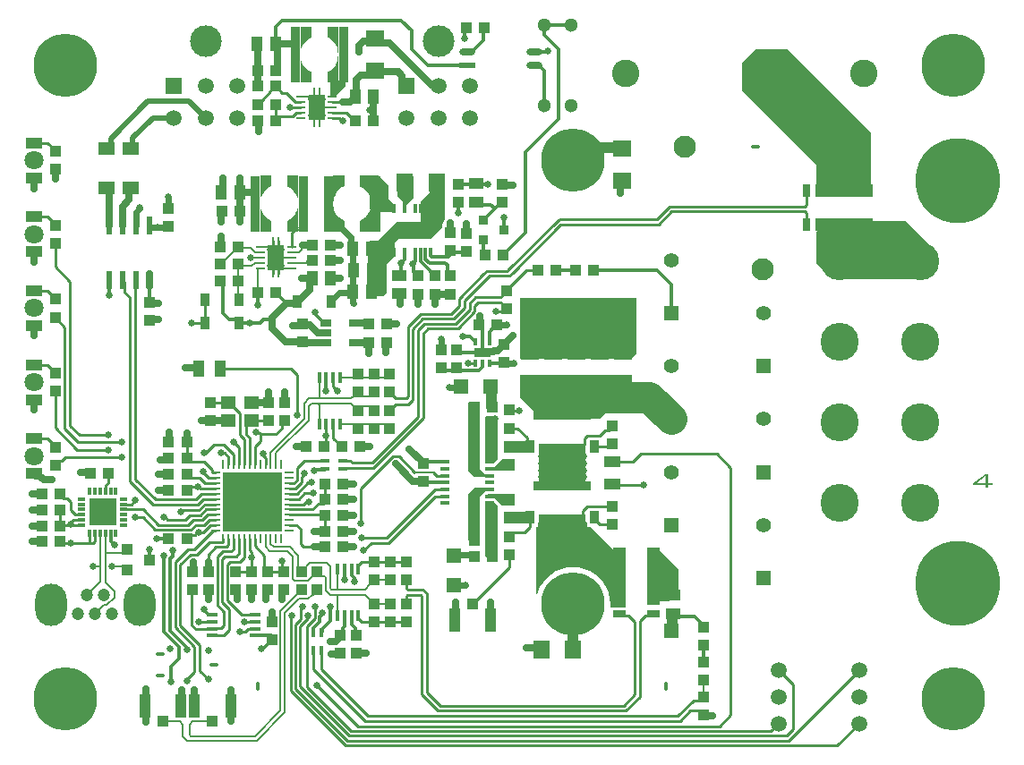
<source format=gbl>
G04*
G04 #@! TF.GenerationSoftware,Altium Limited,Altium Designer,20.2.4 (192)*
G04*
G04 Layer_Physical_Order=4*
G04 Layer_Color=16711680*
%FSLAX25Y25*%
%MOIN*%
G70*
G04*
G04 #@! TF.SameCoordinates,632904D4-FBC6-4040-AE52-8F74E4E9F4E0*
G04*
G04*
G04 #@! TF.FilePolarity,Positive*
G04*
G01*
G75*
%ADD10C,0.00984*%
%ADD11C,0.00787*%
%ADD44C,0.01181*%
%ADD45C,0.02756*%
%ADD46C,0.02362*%
%ADD47C,0.00906*%
%ADD48C,0.14173*%
%ADD49C,0.31496*%
%ADD50C,0.08268*%
%ADD51C,0.05906*%
%ADD52C,0.05984*%
%ADD53R,0.05984X0.05984*%
%ADD54C,0.11811*%
%ADD55C,0.02559*%
%ADD56C,0.05118*%
%ADD57C,0.10236*%
%ADD58C,0.07087*%
%ADD59O,0.11811X0.15748*%
%ADD60C,0.04724*%
%ADD61O,0.03150X0.01575*%
%ADD62R,0.05512X0.05512*%
%ADD63C,0.05512*%
%ADD64C,0.23622*%
%ADD65O,0.01575X0.03150*%
%ADD66C,0.01968*%
%ADD67R,0.03937X0.03937*%
%ADD68R,0.03583X0.04803*%
%ADD69R,0.21654X0.03347*%
%ADD70R,0.17323X0.03347*%
%ADD71R,0.03347X0.04528*%
%ADD72R,0.03740X0.03543*%
%ADD73R,0.03740X0.03543*%
%ADD74R,0.05118X0.02756*%
%ADD75R,0.05118X0.21260*%
%ADD76R,0.05512X0.04331*%
%ADD77R,0.01614X0.04016*%
%ADD78R,0.22047X0.22047*%
G04:AMPARAMS|DCode=79|XSize=9.84mil|YSize=35.43mil|CornerRadius=2.46mil|HoleSize=0mil|Usage=FLASHONLY|Rotation=270.000|XOffset=0mil|YOffset=0mil|HoleType=Round|Shape=RoundedRectangle|*
%AMROUNDEDRECTD79*
21,1,0.00984,0.03051,0,0,270.0*
21,1,0.00492,0.03543,0,0,270.0*
1,1,0.00492,-0.01526,-0.00246*
1,1,0.00492,-0.01526,0.00246*
1,1,0.00492,0.01526,0.00246*
1,1,0.00492,0.01526,-0.00246*
%
%ADD79ROUNDEDRECTD79*%
G04:AMPARAMS|DCode=80|XSize=9.84mil|YSize=35.43mil|CornerRadius=2.46mil|HoleSize=0mil|Usage=FLASHONLY|Rotation=180.000|XOffset=0mil|YOffset=0mil|HoleType=Round|Shape=RoundedRectangle|*
%AMROUNDEDRECTD80*
21,1,0.00984,0.03051,0,0,180.0*
21,1,0.00492,0.03543,0,0,180.0*
1,1,0.00492,-0.00246,0.01526*
1,1,0.00492,0.00246,0.01526*
1,1,0.00492,0.00246,-0.01526*
1,1,0.00492,-0.00246,-0.01526*
%
%ADD80ROUNDEDRECTD80*%
G04:AMPARAMS|DCode=81|XSize=15.75mil|YSize=43.31mil|CornerRadius=3.94mil|HoleSize=0mil|Usage=FLASHONLY|Rotation=270.000|XOffset=0mil|YOffset=0mil|HoleType=Round|Shape=RoundedRectangle|*
%AMROUNDEDRECTD81*
21,1,0.01575,0.03543,0,0,270.0*
21,1,0.00787,0.04331,0,0,270.0*
1,1,0.00787,-0.01772,-0.00394*
1,1,0.00787,-0.01772,0.00394*
1,1,0.00787,0.01772,0.00394*
1,1,0.00787,0.01772,-0.00394*
%
%ADD81ROUNDEDRECTD81*%
%ADD82R,0.03543X0.02717*%
%ADD83R,0.03898X0.02717*%
%ADD84R,0.10236X0.10236*%
%ADD85R,0.01181X0.02953*%
%ADD86R,0.02953X0.01181*%
%ADD87R,0.05512X0.04724*%
%ADD88R,0.05906X0.04331*%
%ADD89R,0.03740X0.20866*%
%ADD90R,0.01102X0.02756*%
%ADD91R,0.06496X0.09449*%
G04:AMPARAMS|DCode=92|XSize=9.06mil|YSize=31.5mil|CornerRadius=1.81mil|HoleSize=0mil|Usage=FLASHONLY|Rotation=90.000|XOffset=0mil|YOffset=0mil|HoleType=Round|Shape=RoundedRectangle|*
%AMROUNDEDRECTD92*
21,1,0.00906,0.02787,0,0,90.0*
21,1,0.00543,0.03150,0,0,90.0*
1,1,0.00362,0.01394,0.00272*
1,1,0.00362,0.01394,-0.00272*
1,1,0.00362,-0.01394,-0.00272*
1,1,0.00362,-0.01394,0.00272*
%
%ADD92ROUNDEDRECTD92*%
%ADD93R,0.05512X0.05512*%
G04:AMPARAMS|DCode=94|XSize=31.5mil|YSize=15.75mil|CornerRadius=1.97mil|HoleSize=0mil|Usage=FLASHONLY|Rotation=0.000|XOffset=0mil|YOffset=0mil|HoleType=Round|Shape=RoundedRectangle|*
%AMROUNDEDRECTD94*
21,1,0.03150,0.01181,0,0,0.0*
21,1,0.02756,0.01575,0,0,0.0*
1,1,0.00394,0.01378,-0.00591*
1,1,0.00394,-0.01378,-0.00591*
1,1,0.00394,-0.01378,0.00591*
1,1,0.00394,0.01378,0.00591*
%
%ADD94ROUNDEDRECTD94*%
%ADD95R,0.04331X0.05512*%
%ADD96R,0.05984X0.02402*%
%ADD97O,0.05984X0.02402*%
G04:AMPARAMS|DCode=98|XSize=23.62mil|YSize=70.87mil|CornerRadius=5.91mil|HoleSize=0mil|Usage=FLASHONLY|Rotation=0.000|XOffset=0mil|YOffset=0mil|HoleType=Round|Shape=RoundedRectangle|*
%AMROUNDEDRECTD98*
21,1,0.02362,0.05906,0,0,0.0*
21,1,0.01181,0.07087,0,0,0.0*
1,1,0.01181,0.00591,-0.02953*
1,1,0.01181,-0.00591,-0.02953*
1,1,0.01181,-0.00591,0.02953*
1,1,0.01181,0.00591,0.02953*
%
%ADD98ROUNDEDRECTD98*%
%ADD99R,0.02362X0.07087*%
%ADD100R,0.06299X0.04331*%
%ADD101R,0.03937X0.04331*%
G04:AMPARAMS|DCode=102|XSize=62.99mil|YSize=35.04mil|CornerRadius=1.75mil|HoleSize=0mil|Usage=FLASHONLY|Rotation=0.000|XOffset=0mil|YOffset=0mil|HoleType=Round|Shape=RoundedRectangle|*
%AMROUNDEDRECTD102*
21,1,0.06299,0.03154,0,0,0.0*
21,1,0.05949,0.03504,0,0,0.0*
1,1,0.00350,0.02974,-0.01577*
1,1,0.00350,-0.02974,-0.01577*
1,1,0.00350,-0.02974,0.01577*
1,1,0.00350,0.02974,0.01577*
%
%ADD102ROUNDEDRECTD102*%
G04:AMPARAMS|DCode=103|XSize=11.81mil|YSize=27.56mil|CornerRadius=1.77mil|HoleSize=0mil|Usage=FLASHONLY|Rotation=0.000|XOffset=0mil|YOffset=0mil|HoleType=Round|Shape=RoundedRectangle|*
%AMROUNDEDRECTD103*
21,1,0.01181,0.02402,0,0,0.0*
21,1,0.00827,0.02756,0,0,0.0*
1,1,0.00354,0.00413,-0.01201*
1,1,0.00354,-0.00413,-0.01201*
1,1,0.00354,-0.00413,0.01201*
1,1,0.00354,0.00413,0.01201*
%
%ADD103ROUNDEDRECTD103*%
%ADD104R,0.06102X0.04528*%
%ADD105R,0.01575X0.03543*%
%ADD106R,0.11024X0.06299*%
%ADD107R,0.01181X0.03543*%
%ADD108R,0.06299X0.07087*%
%ADD109R,0.04134X0.08661*%
%ADD110R,0.04331X0.03937*%
%ADD111R,0.07087X0.06299*%
%ADD112R,0.02756X0.05118*%
%ADD113R,0.21260X0.05118*%
%ADD114R,0.04331X0.05906*%
%ADD115R,0.03543X0.01575*%
%ADD116C,0.03937*%
%ADD117C,0.11811*%
%ADD118R,0.17323X0.16535*%
G36*
X121260Y259842D02*
X121063Y261614D01*
X120866Y262402D01*
X120276Y263583D01*
X119685Y264370D01*
X118504Y265551D01*
X117520Y266142D01*
X117126Y266339D01*
Y270276D01*
X121260D01*
Y259842D01*
D02*
G37*
G36*
X111221Y266339D02*
X110433Y265945D01*
X109843Y265551D01*
X108465Y264173D01*
X107874Y263189D01*
X107677Y262795D01*
X107283Y261614D01*
X107087Y259842D01*
Y270276D01*
X111221D01*
Y266339D01*
D02*
G37*
G36*
X107283Y258071D02*
X107480Y257283D01*
X108071Y256102D01*
X108465Y255512D01*
X109449Y254528D01*
X110236Y253937D01*
X111221Y253346D01*
Y249410D01*
X107087D01*
Y259842D01*
X107283Y258071D01*
D02*
G37*
G36*
X121260Y250000D02*
X124016D01*
Y248031D01*
X119685Y243701D01*
X118110Y243701D01*
X118110Y249410D01*
X117126D01*
Y253346D01*
X118110Y253937D01*
X118898Y254528D01*
X119488Y255118D01*
X120079Y255906D01*
X120669Y257087D01*
X120866Y257480D01*
X121063Y258268D01*
X121260Y259842D01*
Y250000D01*
D02*
G37*
G36*
X319685Y230709D02*
X319685Y206693D01*
X299213D01*
X299213Y218898D01*
X271654Y246457D01*
Y256693D01*
X276772Y261811D01*
X288583Y261811D01*
X319685Y230709D01*
D02*
G37*
G36*
X123425Y210827D02*
X122638Y210433D01*
X122047Y210039D01*
X120669Y208661D01*
X120079Y207677D01*
X119882Y207283D01*
X119488Y206102D01*
X119291Y204331D01*
Y214764D01*
X123425D01*
Y210827D01*
D02*
G37*
G36*
X106299Y204331D02*
X106102Y206102D01*
X105905Y206890D01*
X105315Y208071D01*
X104724Y208858D01*
X103543Y210039D01*
X102559Y210630D01*
X102165Y210827D01*
Y214764D01*
X106299D01*
Y204331D01*
D02*
G37*
G36*
X96260Y210827D02*
X95473Y210433D01*
X94882Y210039D01*
X93504Y208661D01*
X92913Y207677D01*
X92717Y207283D01*
X92323Y206102D01*
X92126Y204331D01*
Y214764D01*
X96260D01*
Y210827D01*
D02*
G37*
G36*
X149114Y206594D02*
X146455Y203936D01*
X143209Y207182D01*
X143209Y214469D01*
X149114D01*
Y206594D01*
D02*
G37*
G36*
X139961Y211024D02*
Y206102D01*
X141929Y204134D01*
Y201181D01*
X134252Y201181D01*
X133465Y201969D01*
Y193898D01*
X129331D01*
Y197835D01*
X130315Y198425D01*
X131102Y199016D01*
X131693Y199606D01*
X132283Y200394D01*
X132874Y201575D01*
X133071Y201969D01*
X133150Y202283D01*
X133071Y202362D01*
Y206890D01*
X132480Y208071D01*
X131890Y208858D01*
X130709Y210039D01*
X129725Y210630D01*
X129331Y210827D01*
Y214764D01*
X133071D01*
Y214961D01*
X136024Y214961D01*
X139961Y211024D01*
D02*
G37*
G36*
X119488Y202559D02*
X119685Y201772D01*
X120276Y200591D01*
X120669Y200000D01*
X121654Y199016D01*
X122441Y198425D01*
X123425Y197835D01*
Y193898D01*
X119291D01*
Y204331D01*
X119488Y202559D01*
D02*
G37*
G36*
X106299Y193898D02*
X102165D01*
Y197835D01*
X103150Y198425D01*
X103937Y199016D01*
X104528Y199606D01*
X105118Y200394D01*
X105709Y201575D01*
X105905Y201969D01*
X106102Y202756D01*
X106299Y204331D01*
Y193898D01*
D02*
G37*
G36*
X92323Y202559D02*
X92520Y201772D01*
X93110Y200591D01*
X93504Y200000D01*
X94488Y199016D01*
X95276Y198425D01*
X96260Y197835D01*
Y193898D01*
X92126D01*
Y204331D01*
X92323Y202559D01*
D02*
G37*
G36*
X341535Y188976D02*
Y179134D01*
X338583Y176181D01*
X305118D01*
X299213Y182087D01*
Y193898D01*
X303150Y197835D01*
X332677D01*
X341535Y188976D01*
D02*
G37*
G36*
X161024Y198882D02*
X160757Y198535D01*
X160499Y197912D01*
X160411Y197244D01*
Y196850D01*
X159843D01*
Y195472D01*
X155709Y191339D01*
X143898Y191339D01*
X142323Y189764D01*
X142323Y184843D01*
X139370Y181890D01*
Y171063D01*
X137992Y169685D01*
X132317Y169685D01*
X131964Y170040D01*
X132087Y189370D01*
X133071Y190354D01*
X136024D01*
X143307Y197638D01*
X151772Y197638D01*
Y205118D01*
X155118Y208465D01*
Y215320D01*
X161024D01*
Y198882D01*
D02*
G37*
G36*
X232283Y148425D02*
X230315Y146457D01*
X188976D01*
Y169291D01*
X232283D01*
Y148425D01*
D02*
G37*
G36*
X230709Y136221D02*
X218504Y124016D01*
X194095D01*
Y126772D01*
X188976Y131890D01*
Y140551D01*
X230709D01*
Y136221D01*
D02*
G37*
G36*
X194095Y114961D02*
Y111811D01*
X193701Y111417D01*
X183071D01*
Y115748D01*
X193307D01*
X194095Y114961D01*
D02*
G37*
G36*
X180709Y124409D02*
Y109055D01*
X179134Y107480D01*
X175984D01*
Y124803D01*
X176378Y125197D01*
X179921D01*
X180709Y124409D01*
D02*
G37*
G36*
X187008Y104724D02*
X176772D01*
Y106299D01*
X179528D01*
X182283Y109055D01*
X187008Y109055D01*
Y104724D01*
D02*
G37*
G36*
X174016Y105512D02*
X175984Y103543D01*
X177953D01*
Y102362D01*
X172047Y102362D01*
X169685Y104724D01*
Y130315D01*
X174016D01*
X174016Y105512D01*
D02*
G37*
G36*
X187008Y91732D02*
X182283Y91732D01*
X179528Y94488D01*
X176772D01*
Y96063D01*
X187008D01*
Y91732D01*
D02*
G37*
G36*
X194095Y88583D02*
Y85433D01*
X193701Y85039D01*
X183071D01*
Y89370D01*
X193307D01*
X194095Y88583D01*
D02*
G37*
G36*
X177953Y98425D02*
Y97244D01*
X175984D01*
X174016Y95276D01*
X174016Y78740D01*
X169685D01*
X169685Y96063D01*
X172047Y98425D01*
X177953Y98425D01*
D02*
G37*
G36*
X180709Y91732D02*
Y74409D01*
X177559Y72047D01*
X175984Y72835D01*
Y93307D01*
X179134D01*
X180709Y91732D01*
D02*
G37*
G36*
X248031Y68110D02*
Y59842D01*
X244488Y56299D01*
X238583D01*
Y75197D01*
X240945D01*
X248031Y68110D01*
D02*
G37*
G36*
X213878Y85335D02*
Y83957D01*
X215256D01*
X226378Y72835D01*
X228346D01*
Y53937D01*
X222759D01*
X222420Y54304D01*
X222484Y55118D01*
X222313Y57280D01*
X221807Y59389D01*
X220977Y61393D01*
X219844Y63243D01*
X218435Y64892D01*
X216786Y66300D01*
X214936Y67434D01*
X212933Y68264D01*
X210824Y68770D01*
X208661Y68940D01*
X206499Y68770D01*
X204390Y68264D01*
X202386Y67434D01*
X200537Y66300D01*
X198888Y64892D01*
X197479Y63243D01*
X196346Y61393D01*
X195516Y59389D01*
X195382Y58832D01*
X194882Y58891D01*
Y83957D01*
X195571D01*
Y85335D01*
X198031Y87795D01*
X211417D01*
X213878Y85335D01*
D02*
G37*
G36*
X363192Y100318D02*
X365004D01*
Y99389D01*
X363192D01*
Y98367D01*
X362341D01*
Y99389D01*
X357437D01*
Y100150D01*
X362341Y103602D01*
X363192D01*
Y100318D01*
D02*
G37*
%LPC*%
G36*
X151181Y196098D02*
X148819D01*
X148128Y195960D01*
X147542Y195569D01*
X147150Y194983D01*
X147013Y194291D01*
X147150Y193600D01*
X147542Y193014D01*
X148128Y192622D01*
X148819Y192485D01*
X151181D01*
X151872Y192622D01*
X152458Y193014D01*
X152850Y193600D01*
X152988Y194291D01*
X152850Y194983D01*
X152458Y195569D01*
X151872Y195960D01*
X151181Y196098D01*
D02*
G37*
G36*
X362341Y102687D02*
X358931Y100318D01*
X362341D01*
Y102687D01*
D02*
G37*
%LPD*%
D10*
X97047Y185503D02*
Y190354D01*
X99016Y178150D02*
Y183001D01*
Y185503D02*
Y190354D01*
X97047Y178150D02*
Y183001D01*
X122645Y235236D02*
X123031D01*
X121661Y236221D02*
X122645Y235236D01*
X34449Y97244D02*
Y99311D01*
X35630Y100492D01*
X85317Y51083D02*
X90158D01*
X79823Y56576D02*
X85317Y51083D01*
X66535Y159843D02*
X71516D01*
X213846Y198425D02*
X222441D01*
X100394Y67126D02*
X100787D01*
X104872Y194636D02*
X105905Y195669D01*
X98032Y183986D02*
Y184252D01*
Y184518D02*
X99016Y185503D01*
X97047Y183001D02*
X98032Y183986D01*
X99016Y183001D01*
X98032Y184252D02*
Y184518D01*
X103839Y188189D02*
Y193602D01*
X97047Y185503D02*
X98032Y184518D01*
X103839Y193602D02*
X104872Y194636D01*
X19291Y120473D02*
X24409Y115354D01*
X19291Y120473D02*
Y158268D01*
X15748Y161811D02*
X19291Y158268D01*
X21260Y121653D02*
X24803Y118110D01*
X21260Y121653D02*
Y175197D01*
X15748Y180709D02*
X21260Y175197D01*
X24803Y118110D02*
X35433D01*
X24409Y115354D02*
X40551D01*
X15748Y120866D02*
X24016Y112598D01*
X35433D01*
X15748Y120866D02*
Y134449D01*
X19685Y109843D02*
X40551D01*
X84252Y107087D02*
Y113386D01*
X82284Y115354D02*
X84252Y113386D01*
X78588Y114469D02*
X82284Y110773D01*
X74884Y114469D02*
X78588D01*
X71832Y111417D02*
X74884Y114469D01*
X82284Y107087D02*
Y110773D01*
X80315Y107087D02*
Y109902D01*
X78800Y111417D02*
X80315Y109902D01*
X77559Y111417D02*
X78800D01*
X71260D02*
X71832D01*
X64764Y108071D02*
Y109449D01*
X79823Y56576D02*
Y69821D01*
X80868Y70866D01*
X84646D01*
X80709Y45669D02*
Y53150D01*
X77854Y56004D02*
X80709Y53150D01*
X78740Y47244D02*
Y52273D01*
X76083Y54930D02*
X78740Y52273D01*
X77559Y46063D02*
X78740Y47244D01*
X76083Y54930D02*
Y72683D01*
X78445Y43406D02*
X80709Y45669D01*
X74410Y43406D02*
X78445D01*
X77854Y56004D02*
Y71949D01*
X78839Y72933D01*
X83169D01*
X76083Y72683D02*
X78105Y74705D01*
X81398D01*
X64961Y26378D02*
Y27165D01*
X67618Y29823D01*
Y39290D01*
X60532Y46376D02*
X67618Y39290D01*
X60532Y46376D02*
Y70768D01*
X69685Y30315D02*
Y39728D01*
X62303Y47110D02*
X69685Y39728D01*
X62303Y47110D02*
Y69784D01*
X107185Y53642D02*
X107874Y54331D01*
X109842Y49749D02*
Y50788D01*
X107185Y49597D02*
Y53642D01*
X105217Y47629D02*
X107185Y49597D01*
X103937Y50394D02*
Y50689D01*
X110943Y48130D02*
X112500Y49687D01*
X110943Y48130D02*
X110943D01*
X109744Y46931D02*
X110943Y48130D01*
X109744Y24114D02*
Y46931D01*
X129528Y85039D02*
Y98247D01*
X141419Y110138D01*
X262205Y111024D02*
X267323Y105905D01*
X230906Y108071D02*
X233858Y111024D01*
X262205D01*
X267323Y13780D02*
Y105905D01*
X223228Y108071D02*
X230906D01*
X15748Y180709D02*
Y189567D01*
Y106890D02*
Y106938D01*
X17323Y108512D01*
X18355D01*
X19685Y109843D01*
X45669Y101575D02*
X53150Y94095D01*
X45669Y101575D02*
Y175197D01*
X43701Y100759D02*
Y169291D01*
Y100759D02*
X52334Y92126D01*
X72835Y70866D02*
Y73622D01*
X75689Y76476D02*
X79626D01*
X72835Y73622D02*
X75689Y76476D01*
X184306Y179331D02*
X184306Y179331D01*
X203187Y198266D02*
X203553D01*
X203712Y198425D01*
X186115Y178581D02*
Y178635D01*
X203712Y198425D02*
X213846D01*
X177548Y177521D02*
X185055D01*
X203937Y196457D02*
X213846D01*
X186115Y178635D02*
X203937Y196457D01*
X185055Y177521D02*
X186115Y178581D01*
X184306Y179331D02*
Y179384D01*
X176575Y179331D02*
X184306D01*
X184306Y179384D02*
X203187Y198266D01*
X183858Y171850D02*
X184350Y172343D01*
X191339Y179528D02*
X195473D01*
X184350Y172539D02*
X191339Y179528D01*
X184350Y172343D02*
Y172539D01*
X143799Y110138D02*
X149606Y104331D01*
X141419Y110138D02*
X143799D01*
X133464Y77953D02*
X139891D01*
X130708Y75197D02*
X133464Y77953D01*
X139891D02*
X157214Y95276D01*
X129921Y79921D02*
X139354D01*
X124311Y105785D02*
X134132D01*
X152756Y124409D02*
Y155905D01*
X134132Y105785D02*
X152756Y124409D01*
X150787Y124946D02*
Y157087D01*
X126294Y107951D02*
X133792D01*
X150787Y124946D01*
X77362Y142913D02*
X103543D01*
X105905Y140551D01*
Y125591D02*
Y140551D01*
X93307Y110348D02*
Y111024D01*
X94095Y107087D02*
Y109560D01*
X93307Y110348D02*
X94095Y109560D01*
X240416Y196457D02*
X245337Y201378D01*
X175394Y178150D02*
X176575Y179331D01*
X166240Y166240D02*
Y168996D01*
X141831Y132579D02*
X142028D01*
X228316Y196457D02*
X240416D01*
X223295D02*
X228316D01*
X222441Y198425D02*
X239764D01*
X244488Y203150D01*
X294882D01*
X213846Y196457D02*
X223295D01*
X140354Y134055D02*
X141831Y132579D01*
X147085Y132466D02*
Y158395D01*
X175394Y178150D02*
X175394D01*
X142717Y131890D02*
X146509D01*
X147085Y132466D01*
X151879Y163189D02*
X163189D01*
X142028Y132579D02*
X142717Y131890D01*
X163189Y163189D02*
X166240Y166240D01*
X147085Y158395D02*
X151879Y163189D01*
X166240Y168996D02*
X175394Y178150D01*
X226772Y50787D02*
X229134D01*
X231496Y48425D01*
X235433Y50787D02*
X238189D01*
X233465Y48819D02*
X235433Y50787D01*
X71516Y161024D02*
Y168504D01*
X21654Y84449D02*
X25591D01*
X17717D02*
X21654D01*
X223228Y99803D02*
X223425Y99606D01*
X235039D01*
X212894Y116831D02*
X213780Y117717D01*
X218504D02*
X220571Y119783D01*
X213780Y117717D02*
X218504D01*
X204724Y113189D02*
X211713D01*
X212894Y114370D01*
Y116831D01*
X223228Y121260D02*
Y121457D01*
X221752Y119783D02*
X223228Y121260D01*
X220571Y119783D02*
X221752D01*
X216732Y113779D02*
X222244D01*
X223228Y114764D01*
X204724Y86811D02*
X211024D01*
X212205Y87992D01*
Y89764D01*
X213976Y91535D02*
X223228D01*
X212205Y89764D02*
X213976Y91535D01*
X216732Y86811D02*
Y87402D01*
Y86811D02*
X218701Y84842D01*
X223228D01*
X182874Y164173D02*
X183858Y165157D01*
X179921Y164173D02*
X182874D01*
X227420Y17323D02*
X231496Y21399D01*
Y48425D01*
X159194Y17323D02*
X227420D01*
X158379Y15354D02*
X228235D01*
X233465Y20584D02*
Y48819D01*
X228235Y15354D02*
X233465Y20584D01*
X154331Y22186D02*
Y59016D01*
Y22186D02*
X159194Y17323D01*
X152362Y21371D02*
X158379Y15354D01*
X152362Y21371D02*
Y58200D01*
X147368Y129528D02*
X148857Y131017D01*
X142717Y129528D02*
X147368D01*
X140354Y127362D02*
X141831Y128839D01*
X140354Y127165D02*
Y127362D01*
X141831Y128839D02*
X142028D01*
X142717Y129528D01*
X140354Y134055D02*
Y134252D01*
X168110Y168110D02*
X176341Y176341D01*
X176367D01*
X177548Y177521D01*
X154724Y157874D02*
X165748D01*
X152613Y161417D02*
X164173D01*
X165748Y157874D02*
X172047Y164173D01*
X164959Y159646D02*
X170079Y164766D01*
X164173Y161417D02*
X168110Y165354D01*
X153347Y159646D02*
X164959D01*
X150787Y157087D02*
X153347Y159646D01*
X152756Y155905D02*
X154724Y157874D01*
X148857Y157661D02*
X152613Y161417D01*
X172047Y164173D02*
Y166142D01*
X169685Y144902D02*
X172362D01*
X148857Y131017D02*
Y157661D01*
X168110Y165354D02*
Y168110D01*
X295473Y203740D02*
Y209055D01*
X294882Y203150D02*
X295473Y203740D01*
Y196457D02*
Y200801D01*
X245337Y201378D02*
X294896D01*
X295473Y200801D01*
X170079Y167323D02*
X172343Y169587D01*
X170079Y164766D02*
Y167323D01*
X172047Y166142D02*
X173327Y167421D01*
X123031Y105512D02*
X123327Y105807D01*
X124253D01*
Y105728D02*
X124311Y105785D01*
X172343Y169587D02*
X181805D01*
X173327Y167421D02*
X180413D01*
X131102Y11417D02*
X248425D01*
X111811Y30709D02*
Y37795D01*
Y30709D02*
X131102Y11417D01*
X113348Y24765D02*
X128468Y9646D01*
X132283Y13386D02*
X247638D01*
X114961Y30709D02*
Y37795D01*
Y30709D02*
X132283Y13386D01*
X247638D02*
X253543Y19291D01*
X288760Y4232D02*
X315197Y30669D01*
X105217Y23631D02*
X124615Y4232D01*
X288760D01*
X66142Y73622D02*
X68504D01*
X73130Y78248D02*
X78347D01*
X68504Y73622D02*
X73130Y78248D01*
X125879Y108366D02*
X126294Y107951D01*
X123327Y108366D02*
X125879D01*
X74360Y48474D02*
X74410Y48524D01*
X69341Y48474D02*
X74360D01*
X69291Y48425D02*
X69341Y48474D01*
X17520Y84252D02*
Y90158D01*
X86437Y44882D02*
X87418Y45863D01*
X84646Y44882D02*
X86437D01*
X108268Y76378D02*
X112106D01*
X112500Y49687D02*
Y54232D01*
X109744Y24114D02*
X125984Y7874D01*
X112500Y54232D02*
X112598Y54331D01*
X106988Y46895D02*
X109842Y49749D01*
X128468Y9646D02*
X263189D01*
X267323Y13780D01*
X100394Y67520D02*
X100787Y67126D01*
X100394Y67520D02*
Y71260D01*
X99803D02*
X100394D01*
X93701Y68504D02*
Y73228D01*
X90158Y76772D02*
X93701Y73228D01*
X90158Y76772D02*
Y79528D01*
X86442Y48646D02*
X90035D01*
X86221Y48425D02*
X86442Y48646D01*
X90035D02*
X90158Y48524D01*
X88976Y72441D02*
Y74410D01*
Y67126D02*
Y72441D01*
X74508Y46063D02*
X77559D01*
X74213Y45768D02*
X74508Y46063D01*
X68191Y45768D02*
X74213D01*
X66634Y47324D02*
Y60138D01*
X66929Y60433D01*
X66634Y47324D02*
X68191Y45768D01*
X74606Y82480D02*
X75591D01*
X67716Y75591D02*
X74606Y82480D01*
X60532Y70768D02*
X65354Y75591D01*
X67716D01*
X62303Y69784D02*
X66142Y73622D01*
X68655Y81832D02*
X69135D01*
X66240Y82776D02*
X68110Y84646D01*
X53051Y82776D02*
X66240D01*
X68110Y84646D02*
X71321D01*
X74311Y104134D02*
Y105217D01*
X80315Y77165D02*
Y79528D01*
X79626Y76476D02*
X80315Y77165D01*
X82284Y75591D02*
Y79528D01*
X81398Y74705D02*
X82284Y75591D01*
X84252Y74016D02*
Y79528D01*
X83169Y72933D02*
X84252Y74016D01*
X84646Y70866D02*
X86221Y72441D01*
Y79528D01*
X88189Y75197D02*
X88976Y74410D01*
X88189Y76279D02*
Y79528D01*
X88189Y76279D02*
X88189Y76279D01*
X88189Y75197D02*
Y76279D01*
X94488Y67520D02*
X94882Y67126D01*
X88976D02*
X88976Y67126D01*
X88976Y67126D02*
X88976Y67126D01*
X83071Y67126D02*
X88976D01*
X94882D02*
X100394D01*
X94882Y67126D02*
X94882Y67126D01*
X107087Y77559D02*
X108268Y76378D01*
X107087Y77559D02*
Y83071D01*
X102756Y84449D02*
X105709D01*
X107087Y83071D01*
X116535Y114370D02*
Y117717D01*
X115945Y113779D02*
X116535Y114370D01*
X119272Y136240D02*
X120866Y134646D01*
X119272Y136240D02*
Y139370D01*
X103445Y49902D02*
X103937Y50394D01*
X103445Y22897D02*
Y49902D01*
Y22897D02*
X123881Y2461D01*
X105217Y23631D02*
Y47629D01*
X106988Y24365D02*
X125250Y6102D01*
X106988Y24365D02*
Y46895D01*
X109364Y93307D02*
X110138D01*
X108380Y92323D02*
X109364Y93307D01*
X78347Y78248D02*
Y79528D01*
X105807Y101287D02*
Y105807D01*
X108661Y108661D02*
X116339D01*
X105807Y105807D02*
X108661Y108661D01*
X108661Y103458D02*
Y103937D01*
X107579Y102375D02*
X108661Y103458D01*
X90533Y119095D02*
X90872Y118755D01*
X91874D01*
X92126Y118504D01*
X21654Y77953D02*
X28543D01*
X17913D02*
X21654D01*
Y84941D02*
Y85433D01*
Y84449D02*
Y84941D01*
X15748Y223819D02*
Y224016D01*
X12795Y226969D02*
X15748Y224016D01*
X7874Y226969D02*
X12795D01*
X15748Y196260D02*
Y196457D01*
X12795Y199409D02*
X15748Y196457D01*
X7874Y199409D02*
X12795D01*
X15748Y168701D02*
Y168898D01*
X12795Y171850D02*
X15748Y168898D01*
X7874Y171850D02*
X12795D01*
X15748Y141142D02*
Y141339D01*
X12795Y144291D02*
X15748Y141339D01*
X7874Y144291D02*
X12795D01*
X15748Y113583D02*
Y113779D01*
X12795Y116732D02*
X15748Y113779D01*
X7874Y116732D02*
X12795D01*
X119272Y116949D02*
Y122047D01*
Y116949D02*
X122441Y113779D01*
X122638D01*
X116624Y121959D02*
X116713Y122047D01*
X116624Y117805D02*
Y121959D01*
X116535Y117717D02*
X116624Y117805D01*
X64764Y79528D02*
X66240Y81004D01*
X67828D01*
X68655Y81832D01*
X15748Y161811D02*
Y162008D01*
X87418Y45863D02*
X90056D01*
X90158Y45965D01*
X156693Y104331D02*
X158071Y102953D01*
X161024D01*
X139354Y79921D02*
X157268Y97835D01*
X161024D01*
X157214Y95276D02*
X161024D01*
X252362Y15354D02*
X255906D01*
X248425Y11417D02*
X252362Y15354D01*
X253543Y19291D02*
X256299D01*
X35630Y100492D02*
Y103937D01*
X41339Y92323D02*
X44291D01*
X45669Y93701D01*
Y87402D02*
X48425D01*
X53051Y82776D01*
X41339Y90354D02*
X48622D01*
X54331Y84646D01*
X17520Y84252D02*
X17717Y84449D01*
X28543Y77953D02*
Y81496D01*
X21654Y90158D02*
Y93307D01*
X18996Y94587D02*
X20374D01*
X21654Y93307D01*
X17520Y96063D02*
X18996Y94587D01*
X17520Y78347D02*
X17913Y77953D01*
X28543D02*
X29921D01*
X22638Y86417D02*
X25591D01*
X21654Y85433D02*
X22638Y86417D01*
X29921Y77953D02*
X30512Y78543D01*
Y81496D01*
X28543Y77953D02*
X28543Y77953D01*
X23327Y88484D02*
X25492D01*
X21654Y90158D02*
X23327Y88484D01*
X25492D02*
X25591Y88386D01*
X54331Y84646D02*
X65354D01*
X125984Y7874D02*
X282283D01*
X282283Y7874D01*
X123881Y2461D02*
X306988D01*
X125250Y6102D02*
X288124D01*
X290551Y8529D02*
Y25315D01*
X285197Y30669D02*
X290551Y25315D01*
X288124Y6102D02*
X290551Y8529D01*
X306988Y2461D02*
X315197Y10669D01*
X69135Y81832D02*
X69193Y81890D01*
X71071D01*
X92126Y115748D02*
Y118504D01*
X109924Y100394D02*
X111318D01*
X64764Y109449D02*
Y113976D01*
X62598Y89370D02*
X63386Y90158D01*
X69291D01*
X65748Y88189D02*
X69854D01*
X57665Y86614D02*
X64173D01*
X65748Y88189D01*
X56299Y87500D02*
X56779D01*
X57665Y86614D01*
X67126Y86417D02*
X70587D01*
X65354Y84646D02*
X67126Y86417D01*
X69291Y90158D02*
X71457Y92323D01*
X52334Y92126D02*
X68754D01*
X70920Y94291D01*
X69854Y88189D02*
X72019Y90354D01*
X53150Y94095D02*
X68110D01*
X70276Y96260D01*
X98032Y118504D02*
X100084Y120557D01*
X92126Y118504D02*
X98032D01*
X90158Y113779D02*
X92126Y115748D01*
X90158Y107087D02*
Y113779D01*
X69685Y30315D02*
X72835Y27165D01*
X87008Y118254D02*
X88189Y117072D01*
X88189Y107087D02*
Y108510D01*
X88189Y108510D02*
X88189Y108510D01*
X88189Y108510D02*
Y117072D01*
X84646Y118110D02*
Y126181D01*
X80512Y130315D02*
X84646Y126181D01*
Y118110D02*
X86221Y116535D01*
X87008Y121850D02*
X88779Y123622D01*
X87008Y118254D02*
Y121850D01*
X88779Y123622D02*
X95276D01*
X100084Y120557D02*
Y122525D01*
X101181Y123622D01*
X86221Y107087D02*
Y116535D01*
X285079Y10669D02*
X285197D01*
X282283Y7874D02*
X285079Y10669D01*
X41428Y171564D02*
X43701Y169291D01*
X40807Y175787D02*
X41428Y175167D01*
Y171564D02*
Y175167D01*
X71321Y84646D02*
X73093Y86417D01*
X70587Y86417D02*
X72556Y88386D01*
X64764Y97638D02*
X65945Y98819D01*
X68898D01*
X69968Y98228D02*
X75591D01*
X69377Y98819D02*
X69968Y98228D01*
X68898Y98819D02*
X69377D01*
X70276Y96260D02*
X75591D01*
X65158Y102559D02*
X65650Y102067D01*
X72019Y90354D02*
X75591D01*
X71457Y92323D02*
X75591D01*
X65945Y108268D02*
X71260D01*
X74311Y105217D01*
X70894Y104303D02*
X73032Y102165D01*
X69587Y102067D02*
X71457Y100197D01*
X65650Y102067D02*
X69587D01*
X70894Y104303D02*
Y104380D01*
X73032Y102165D02*
X75591D01*
X74311Y104134D02*
X75591D01*
X70920Y94291D02*
X75591D01*
X71457Y100197D02*
X75591D01*
X146918Y60630D02*
X152716D01*
X146918Y58661D02*
X151901D01*
X152716Y60630D02*
X154331Y59016D01*
X151901Y58661D02*
X152362Y58200D01*
X146457Y61091D02*
Y64173D01*
Y61091D02*
X146918Y60630D01*
X146457Y55118D02*
Y58200D01*
X146918Y58661D01*
X130000Y48425D02*
X146457D01*
X128642Y49783D02*
X130000Y48425D01*
X128642Y49783D02*
Y50984D01*
X130000Y70866D02*
X146457D01*
X128642Y69508D02*
X130000Y70866D01*
X128642Y68307D02*
Y69508D01*
X180413Y167421D02*
X181805D01*
X182382Y166845D01*
X180413Y167421D02*
X180413Y167421D01*
X182382Y166634D02*
X183858Y165157D01*
X182382Y166634D02*
Y166845D01*
Y170374D02*
X183858Y171850D01*
X182382Y170163D02*
Y170374D01*
X181805Y169587D02*
X182382Y170163D01*
X72556Y88386D02*
X75591D01*
X73093Y86417D02*
X75591D01*
X74167Y84449D02*
X75591D01*
X74167Y84449D02*
X74167Y84449D01*
X73630Y84449D02*
X74167D01*
X71071Y81890D02*
X73630Y84449D01*
X73622Y130315D02*
X80118D01*
X102756Y88386D02*
X116339D01*
Y82284D02*
Y88189D01*
Y94095D02*
Y100000D01*
X108661Y96457D02*
X111811D01*
X102756Y90354D02*
X111614D01*
X115491Y92618D02*
X116180Y93307D01*
X113878Y92618D02*
X115491D01*
X111614Y90354D02*
X113878Y92618D01*
X105791Y96260D02*
X109924Y100394D01*
X106496Y94291D02*
X108661Y96457D01*
X107579Y100554D02*
Y102375D01*
X105254Y98228D02*
X107579Y100554D01*
X104717Y100197D02*
X105807Y101287D01*
X102756Y98228D02*
X105254D01*
X102756Y100197D02*
X104717D01*
X102756Y96260D02*
X105791D01*
X102756Y94291D02*
X106496D01*
X123031Y108661D02*
X123327Y108366D01*
X99410Y236811D02*
X104242D01*
X105580Y238150D02*
X107343D01*
X107382Y238189D01*
X104242Y236811D02*
X105580Y238150D01*
X80118Y130315D02*
X80512D01*
X65158Y102559D02*
X65158Y102559D01*
X104717Y92323D02*
X108380D01*
X104717Y92323D02*
X104717Y92323D01*
X102756Y92323D02*
X104717D01*
X118996Y236221D02*
X121661D01*
X118996Y238189D02*
X124409D01*
X127362Y235236D01*
X127559D01*
X103347Y240158D02*
X107382D01*
X118996Y242126D02*
X123031D01*
X123031Y242126D01*
X92913Y242913D02*
X96063Y246063D01*
Y246457D01*
X97638Y248031D01*
X98032D01*
X101969Y245472D02*
X105315Y242126D01*
X100246Y245472D02*
X101969D01*
X105315Y242126D02*
X107382D01*
X98032Y248031D02*
X99606Y246457D01*
Y246112D02*
Y246457D01*
Y246112D02*
X100246Y245472D01*
X91142Y241142D02*
X91339D01*
X92913Y242717D01*
Y242913D01*
X97835Y235236D02*
X99410Y236811D01*
X97835Y235236D02*
X97835Y235236D01*
Y241142D01*
D11*
X98032Y184252D02*
X103839D01*
X114173Y234055D02*
Y239112D01*
Y241203D02*
Y246260D01*
X113189Y240158D02*
X118996D01*
X104872Y194636D02*
X106693D01*
X108169Y196112D01*
Y204331D01*
X100394Y180315D02*
X103839D01*
X88582Y184252D02*
X92224D01*
Y188189D02*
X94980D01*
X88582Y184252D02*
X88582Y184252D01*
X95965Y187205D02*
X96063D01*
X103839Y180315D02*
X103839Y180315D01*
X94980Y188189D02*
X95965Y187205D01*
X103839Y186221D02*
X106693D01*
X90233Y186221D02*
X92224D01*
X91339Y171260D02*
Y180276D01*
X91378Y180315D02*
X92224D01*
X91339Y180276D02*
X91378Y180315D01*
X92224Y186221D02*
X92224Y186221D01*
X103839Y182283D02*
X109252D01*
X110039Y183071D01*
X84842Y181102D02*
X89052D01*
X90233Y182283D02*
X92224D01*
X89052Y181102D02*
X90233Y182283D01*
X88658Y187795D02*
X90233Y186221D01*
X84449Y187795D02*
X88658D01*
X106693Y57087D02*
X110039D01*
X101377Y51771D02*
X106693Y57087D01*
X99606Y52559D02*
X107480Y60433D01*
X101377Y14763D02*
Y51771D01*
X99606Y15354D02*
Y52559D01*
X66209Y5906D02*
X90158D01*
X99606Y15354D01*
X63386Y5906D02*
Y10236D01*
X64961Y4331D02*
X90945D01*
X63386Y5906D02*
X64961Y4331D01*
X90945D02*
X101377Y14763D01*
X65748Y6367D02*
X66209Y5906D01*
X65748Y6367D02*
Y10236D01*
X37008Y69291D02*
X41339D01*
X42717Y67913D01*
X34449Y74016D02*
Y81496D01*
Y63189D02*
Y74016D01*
X41339D01*
X42717Y75394D01*
X149606Y104331D02*
X156693D01*
X145686Y206710D02*
X146063Y207087D01*
X145686Y205529D02*
Y206710D01*
X145669Y205512D02*
X145686Y205529D01*
X145669Y205512D02*
X145866Y205315D01*
X135335Y204331D02*
X141339D01*
X141929Y203740D01*
Y202559D02*
Y203740D01*
X118996Y244094D02*
Y246161D01*
X120866Y248031D01*
Y249016D01*
X123130Y251279D02*
Y259842D01*
X120866Y249016D02*
X123130Y251279D01*
X113189Y240218D02*
X114173Y241203D01*
X113189Y240158D02*
Y240218D01*
X112205Y241461D02*
Y246260D01*
X109843Y244094D02*
X111403Y242534D01*
Y241944D02*
X113189Y240158D01*
X111403Y241944D02*
Y242534D01*
X107382Y244094D02*
X109843D01*
X113189Y239838D02*
Y240096D01*
X114173Y239112D01*
X113189Y240096D02*
Y240158D01*
X112205Y234055D02*
Y238854D01*
X113189Y239838D01*
X114927Y65585D02*
X116074D01*
X116535Y65124D01*
Y60236D02*
Y65124D01*
X257087Y20669D02*
Y26969D01*
X120965Y50984D02*
Y58200D01*
X118110Y58661D02*
X121426D01*
X116535Y60236D02*
X118110Y58661D01*
X118571Y60630D02*
X120965D01*
X118110Y61091D02*
X118571Y60630D01*
X118110Y61091D02*
Y69156D01*
X120965Y60630D02*
X131102D01*
X121426Y58661D02*
X131102D01*
X120965Y58200D02*
X121426Y58661D01*
X120965Y60630D02*
X120965Y60630D01*
X120965Y60630D02*
Y68307D01*
X116794Y70473D02*
X118110Y69156D01*
X113386Y66929D02*
Y67126D01*
X114927Y65585D01*
X110630Y70473D02*
X116794D01*
X134646Y55118D02*
Y55315D01*
X133071Y56890D02*
X134646Y55315D01*
X132874Y56890D02*
X133071D01*
X131102Y58661D02*
X132874Y56890D01*
X134646Y63976D02*
Y64173D01*
X133071Y62401D02*
X134646Y63976D01*
X132874Y62401D02*
X133071D01*
X131102Y60630D02*
X132874Y62401D01*
X120551Y51398D02*
X120965Y50984D01*
X120551Y51398D02*
Y52677D01*
X95669Y74803D02*
X102362D01*
X94095Y76378D02*
X95669Y74803D01*
X103150Y76378D02*
X106299Y73228D01*
X97244Y76378D02*
X103150D01*
X96063Y77559D02*
X97244Y76378D01*
X104331Y64471D02*
Y72835D01*
X102362Y74803D02*
X104331Y72835D01*
X66929Y11417D02*
X74410D01*
X65748Y10236D02*
X66929Y11417D01*
X55905D02*
X60236D01*
X60236D02*
X62205D01*
X60236D02*
X60236D01*
X62205D02*
X63386Y10236D01*
X111811Y58661D02*
X113386Y60236D01*
X111614Y58661D02*
X111811D01*
X110039Y57087D02*
X111614Y58661D01*
X113386Y60236D02*
Y60433D01*
X94095Y76378D02*
Y79528D01*
X107480Y67323D02*
X110630Y70473D01*
X105023Y63779D02*
X110039D01*
X111811Y65354D02*
X113386Y66929D01*
X111614Y65354D02*
X111811D01*
X110039Y63779D02*
X111614Y65354D01*
X107480Y67126D02*
Y67323D01*
X106299Y68307D02*
X107480Y67126D01*
X106299Y68307D02*
Y73228D01*
X96063Y77559D02*
Y79528D01*
X94095Y79528D02*
X94095Y79528D01*
X104331Y64471D02*
X105023Y63779D01*
X110236Y128740D02*
X111221Y129724D01*
X98032Y111417D02*
X110236Y123622D01*
X113692Y131693D02*
X114154Y132154D01*
Y139370D01*
X111221Y129724D02*
X113692D01*
X110236Y123622D02*
Y128740D01*
X98032Y107087D02*
Y111417D01*
X107535Y187063D02*
Y188637D01*
X106693Y186221D02*
X107535Y187063D01*
X84055Y168839D02*
Y175591D01*
Y168839D02*
X84390Y168504D01*
X84055Y175591D02*
Y181890D01*
X84055Y175591D02*
X84055Y175591D01*
X83858Y188189D02*
X84055D01*
X77559Y181890D02*
X83858Y188189D01*
X77362Y181890D02*
X77559D01*
X84055D02*
X84842Y181102D01*
X84055Y188189D02*
X84449Y187795D01*
X138779Y122047D02*
X140354Y120473D01*
X136024Y122047D02*
X138779D01*
X134449Y120473D02*
X136024Y122047D01*
X138779Y139370D02*
X140354Y140945D01*
X136024Y139370D02*
X138779D01*
X134449Y140945D02*
X136024Y139370D01*
X121831Y139370D02*
X132874D01*
X121831Y122047D02*
X132874D01*
X134449Y120473D01*
X132874Y139370D02*
X134449Y140945D01*
X128543Y134252D02*
X130118Y132677D01*
X132874D02*
X134449Y134252D01*
X130118Y132677D02*
X132874D01*
X128543Y127165D02*
X130118Y128740D01*
X132874D02*
X134449Y127165D01*
X130118Y128740D02*
X132874D01*
X128543Y134055D02*
Y134252D01*
X126969Y132480D02*
X128543Y134055D01*
X126772Y132480D02*
X126969D01*
X125984Y131693D02*
X126772Y132480D01*
X113692Y131693D02*
X125984D01*
X126969Y128937D02*
X128740Y127165D01*
X126772Y128937D02*
X126969D01*
X125984Y129724D02*
X126772Y128937D01*
X113692Y129724D02*
X125984D01*
X108661Y124274D02*
Y129949D01*
X110405Y131693D01*
X96063Y111676D02*
X108661Y124274D01*
X96063Y107087D02*
Y111676D01*
X110405Y131693D02*
X113692D01*
Y129724D02*
X114154Y129263D01*
Y122047D02*
Y129263D01*
X107535Y188637D02*
X107874Y188976D01*
X37795Y57587D02*
Y59842D01*
X34449Y63189D02*
X37795Y59842D01*
X32480Y69291D02*
Y81496D01*
Y63583D02*
Y69291D01*
X29921D02*
X32480D01*
X30709Y51575D02*
X33895Y54761D01*
X34969D01*
X37795Y57587D01*
X27559Y58661D02*
X32480Y63583D01*
X42717Y67913D02*
X44291Y69488D01*
X134646Y55118D02*
X140551D01*
X134646Y64173D02*
X140551D01*
D44*
X80709Y161024D02*
X84390D01*
X88189Y159843D02*
X92126D01*
X93307Y161024D01*
X84390Y159843D02*
X88189D01*
X95276Y161024D02*
X96457Y159843D01*
X93307Y161024D02*
X95276D01*
X165945Y211417D02*
X176969D01*
X91339Y166535D02*
Y171260D01*
Y166535D02*
X91339D01*
X58661Y45243D02*
X64961Y38944D01*
Y38189D02*
Y38944D01*
X115354Y51345D02*
Y51772D01*
X216339Y179528D02*
X239764D01*
X245079Y163386D02*
Y174213D01*
X239764Y179528D02*
X245079Y174213D01*
X202165Y179528D02*
X209646D01*
X93307Y38583D02*
X96457Y41732D01*
X92520Y38583D02*
X93307D01*
X190945Y223622D02*
X203150Y235827D01*
X184055Y186614D02*
X190945Y193504D01*
Y223622D01*
X183071Y194488D02*
Y199213D01*
Y194488D02*
X183071Y194488D01*
X145866Y202559D02*
Y205315D01*
X112598Y163209D02*
X115965Y159843D01*
X112598Y163209D02*
Y163779D01*
X115965Y159843D02*
X116555D01*
X98032Y171260D02*
X101969Y167323D01*
X97835Y171260D02*
X98032D01*
X101969Y167323D02*
Y167323D01*
X171575Y153524D02*
X172362D01*
X78347Y163386D02*
X80709Y161024D01*
X77362Y175591D02*
X78347Y174606D01*
Y163386D02*
Y174606D01*
X172362Y152736D02*
Y153524D01*
X170374Y154724D02*
X171575Y153524D01*
X167717Y154724D02*
X170374D01*
X177480Y144902D02*
X182500D01*
X182677Y145079D01*
X159449Y142146D02*
X173420D01*
X174921Y143647D02*
Y144902D01*
X173420Y142146D02*
X174921Y143647D01*
X247638Y50394D02*
X253937D01*
X257087Y47244D01*
Y46654D02*
Y47244D01*
Y33661D02*
Y39961D01*
X116142Y105315D02*
X116339Y105512D01*
X113222Y105315D02*
X116142D01*
X112631Y104724D02*
X113222Y105315D01*
X112205Y104724D02*
X112631D01*
X123622Y64173D02*
Y68209D01*
X126299Y65859D02*
X127165Y64993D01*
Y63386D02*
Y64993D01*
X126299Y65859D02*
Y68090D01*
X123524Y68307D02*
X123622Y68209D01*
X118110Y48819D02*
Y54331D01*
X114961Y44488D02*
X115157Y44685D01*
Y45866D01*
X118110Y48819D01*
X112008Y46260D02*
X114370Y48622D01*
X112008Y44685D02*
Y46260D01*
X114370Y48622D02*
Y50361D01*
X115354Y51345D01*
X111811Y44488D02*
X112008Y44685D01*
X122835Y44094D02*
Y46063D01*
X126083Y68307D02*
X126299Y68090D01*
X71260Y52854D02*
Y53150D01*
Y52854D02*
X73032Y51083D01*
X74410D01*
X56299Y44822D02*
Y73177D01*
X59448Y72834D02*
Y75197D01*
X58661Y45243D02*
Y72047D01*
X59448Y72834D01*
X56196Y73280D02*
X56299Y73177D01*
Y44822D02*
X61811Y39310D01*
X116713Y134646D02*
X116732Y134627D01*
X116713Y134646D02*
Y139370D01*
X165551Y148819D02*
X174921D01*
X165354Y148622D02*
X165551Y148819D01*
X174921D02*
Y152736D01*
Y157677D01*
X173543Y159055D02*
X174921Y157677D01*
X173425Y159055D02*
X173543D01*
X177480Y152736D02*
Y156614D01*
X179921Y159055D01*
X180118D01*
X165354Y205315D02*
X165354Y205315D01*
X203150Y235827D02*
Y261811D01*
X197756Y267205D02*
Y270905D01*
Y267205D02*
X203150Y261811D01*
X197756Y270905D02*
X207756D01*
X194291Y260906D02*
X194350Y260965D01*
X199153D01*
X199213Y261024D01*
X197756Y240905D02*
Y253902D01*
X195752Y255906D02*
X197756Y253902D01*
X194291Y255906D02*
X195752D01*
X182480Y185039D02*
X182677D01*
X184055Y186417D01*
Y186614D01*
X175197Y185630D02*
Y190748D01*
Y185630D02*
X175787Y185039D01*
X163779Y186221D02*
X169291D01*
X162205Y184646D02*
X163779Y186221D01*
X165748Y200787D02*
Y204921D01*
X165354Y205315D02*
X165748Y204921D01*
Y211614D02*
X165945Y211417D01*
X181299Y203543D02*
X182283D01*
X179429Y202461D02*
X180512Y203543D01*
X181299D01*
X177953Y203937D02*
X179134Y202756D01*
X172441Y204823D02*
X173327Y203937D01*
X181299D02*
X182283Y204921D01*
X173327Y203937D02*
X177953D01*
X175295Y198228D02*
X176476Y199409D01*
X175197Y198228D02*
X175295D01*
X176476Y199409D02*
Y199508D01*
X179429Y202461D01*
X144488Y178051D02*
X144882Y177657D01*
X144488Y178051D02*
Y182087D01*
X149409Y178740D02*
X150787Y177362D01*
X149409Y178740D02*
Y180905D01*
X148819Y181496D02*
X149409Y180905D01*
X148819Y181496D02*
Y181922D01*
X161811Y178740D02*
Y181395D01*
X151772Y182726D02*
X157111Y177387D01*
X222835Y100197D02*
X223228Y99803D01*
X116713Y139370D02*
X116713Y139370D01*
X50787Y167520D02*
X50807Y167539D01*
Y175787D01*
X35807D02*
X35817Y175778D01*
Y170089D02*
Y175778D01*
Y170089D02*
X35827Y170079D01*
X153150Y100394D02*
X161024D01*
X152756Y100787D02*
X153150Y100394D01*
X153150Y108071D02*
X161024D01*
X152756Y107677D02*
X153150Y108071D01*
X96457Y41732D02*
Y41929D01*
X90158Y43406D02*
X96161D01*
X96457Y43110D01*
X36417Y78543D02*
Y81496D01*
Y78543D02*
X37795Y77165D01*
X53543Y79528D02*
X58071D01*
X50787Y71850D02*
X50984Y71653D01*
X50787Y71850D02*
Y75591D01*
X61811Y34740D02*
Y39310D01*
X59055Y26181D02*
Y31985D01*
X61811Y34740D01*
X144488Y182087D02*
X145866Y183465D01*
Y186024D01*
X151772Y182726D02*
Y186024D01*
X155709Y178740D02*
X157087Y177362D01*
X155118Y182283D02*
X160922D01*
X153740Y183661D02*
X155118Y182283D01*
X153740Y183661D02*
Y186024D01*
X160922Y182283D02*
X161811Y181395D01*
Y178740D02*
X162205D01*
X161614Y178937D02*
X161811Y178740D01*
X155905Y184646D02*
X162205D01*
X155709Y184843D02*
X155905Y184646D01*
X155709Y184843D02*
Y186024D01*
X127559Y43504D02*
X128445Y42618D01*
X127559Y43504D02*
Y46063D01*
X126083Y47539D02*
Y50984D01*
Y47539D02*
X127559Y46063D01*
X123524Y46752D02*
Y50984D01*
X122835Y46063D02*
X123524Y46752D01*
X148622Y261771D02*
X154488Y255906D01*
X148622Y261771D02*
Y268701D01*
X154488Y255906D02*
X169291D01*
X100394Y272638D02*
X144685D01*
X148622Y268701D01*
X168307Y269094D02*
X168898Y269685D01*
X168307Y265748D02*
Y269094D01*
X175197Y269291D02*
X175591Y269685D01*
X169291Y260906D02*
X170881D01*
X175197Y265222D01*
Y269291D01*
X97933Y270177D02*
X100394Y272638D01*
X97933Y263779D02*
Y270177D01*
X148819Y181922D02*
X149803Y182906D01*
X165354Y205315D02*
X165748Y204921D01*
X149803Y182906D02*
Y186024D01*
X168898Y186417D02*
X168898Y186417D01*
X148819Y194291D02*
X151181D01*
D45*
X110728Y172146D02*
Y176378D01*
X96457Y159843D02*
Y161811D01*
X84646Y197638D02*
Y201575D01*
Y208661D01*
X112106Y82284D02*
X116339D01*
X57579Y108957D02*
X58071Y109449D01*
X54841Y108957D02*
X57579D01*
X64961Y115945D02*
Y118898D01*
X64567Y115551D02*
X64961Y115945D01*
X64567Y115551D02*
X64764Y115354D01*
X58268Y115551D02*
Y119291D01*
X58071Y115354D02*
X58268Y115551D01*
X54331Y103543D02*
X58071D01*
X66929Y67126D02*
X67323Y67520D01*
Y70866D01*
X83465Y56693D02*
Y59842D01*
X83563Y59941D01*
X120079Y41339D02*
X122047Y43307D01*
X118110Y41339D02*
X120079D01*
X100108Y56800D02*
X100197Y56890D01*
X96555Y48720D02*
Y52255D01*
X162992Y193504D02*
Y197244D01*
Y193504D02*
X162992Y193504D01*
X168898Y193110D02*
Y196850D01*
Y193110D02*
X168898Y193110D01*
X157087Y166929D02*
Y170669D01*
X157087Y170669D01*
X150787Y166929D02*
Y170669D01*
X144095Y166929D02*
Y170571D01*
X143898Y170768D02*
X144095Y170571D01*
X139173Y159449D02*
X139173Y159449D01*
X142913D01*
X118405Y176378D02*
X122047D01*
X101181Y130315D02*
Y134252D01*
X101181Y130315D02*
X101181Y130315D01*
X95276Y130315D02*
Y134252D01*
X95276Y130315D02*
X95276Y130315D01*
X123246Y88189D02*
X126772D01*
X123139Y88296D02*
X123246Y88189D01*
X123031Y94095D02*
X126772D01*
X191339Y38976D02*
X196457D01*
X197244Y38189D01*
X72835Y67126D02*
Y70866D01*
X142520Y107480D02*
X149016Y100984D01*
X152756D01*
X147638Y112992D02*
X152756Y107874D01*
Y107677D02*
Y107874D01*
X152756Y100984D02*
X152756Y100984D01*
X8661Y102953D02*
X10039D01*
X11417Y101575D02*
X14567D01*
X10039Y102953D02*
X11417Y101575D01*
X7874Y103740D02*
X8661Y102953D01*
X7874Y127559D02*
Y131299D01*
Y155118D02*
Y158858D01*
Y182677D02*
Y186417D01*
Y209842D02*
Y213976D01*
X15748Y213386D02*
Y217126D01*
X28543Y104331D02*
X28937Y103937D01*
X25197Y104331D02*
X28543D01*
X184055Y211024D02*
X186221D01*
X182283Y211614D02*
Y211614D01*
X182874Y212205D01*
X184055Y211024D01*
X134301Y239665D02*
Y244045D01*
Y235285D02*
Y239173D01*
X118307Y183071D02*
X122047D01*
X118307Y188976D02*
X122047D01*
X77658Y208661D02*
X78347Y209350D01*
Y213779D01*
X50787Y167520D02*
X50984Y167323D01*
X54331D01*
X50984Y161024D02*
X54331D01*
X50787Y160827D02*
X50984Y161024D01*
X68701Y143307D02*
X69095Y142913D01*
X64173Y143307D02*
X68701D01*
X226378Y212598D02*
X226772Y212992D01*
X226378Y208268D02*
Y212598D01*
X96457Y157874D02*
Y159843D01*
X101969Y167323D02*
X105512D01*
X96457Y161811D02*
X101969Y167323D01*
X101575Y152756D02*
X107283D01*
X96457Y157874D02*
X101575Y152756D01*
X107283D02*
X107283Y152756D01*
X107874D01*
X104278Y158870D02*
X107295D01*
X107874Y159449D01*
Y152756D02*
X108248Y152382D01*
X107874Y159449D02*
X108268Y159055D01*
X105768Y167106D02*
Y167717D01*
X105354Y166693D02*
X105768Y167106D01*
X107480Y176378D02*
X110728D01*
X107874Y188976D02*
X111614D01*
X105768Y167717D02*
Y168327D01*
X106181Y168740D01*
X107323D01*
X110728Y172146D01*
X173228Y159055D02*
X174016Y159843D01*
Y162598D01*
X257087Y13976D02*
X257677Y13386D01*
X260630D01*
X122047Y43307D02*
Y43504D01*
X123031Y76378D02*
X126772D01*
X72835Y56693D02*
Y60433D01*
X88976D02*
X88976Y60433D01*
Y56693D02*
Y60433D01*
X94291Y56693D02*
Y59842D01*
X94882Y60433D01*
X7087Y78347D02*
X10827D01*
X7087Y84252D02*
X10827D01*
X7087Y90158D02*
X10827D01*
X7087Y96063D02*
X10827D01*
X121850Y36614D02*
X122047Y36811D01*
X118504Y36614D02*
X121850D01*
X100197Y59842D02*
X100787Y60433D01*
X100197Y56890D02*
Y59842D01*
X83071Y60433D02*
X83563Y59941D01*
X84646Y208661D02*
Y213779D01*
X112205Y76378D02*
X116339D01*
X96457Y48622D02*
X96555Y48720D01*
X132677Y148425D02*
Y152165D01*
X81102Y17323D02*
Y23228D01*
X49213Y17323D02*
X49606Y16929D01*
Y11024D02*
Y16929D01*
X49213Y17323D02*
X49606Y17717D01*
Y23622D01*
X62598Y17323D02*
X62992Y17717D01*
Y23228D01*
X67716Y17323D02*
X67717Y17323D01*
X67716Y17323D02*
Y23228D01*
X81102Y11417D02*
Y17323D01*
X164567Y49213D02*
X164961Y49606D01*
Y55905D01*
X177953Y49213D02*
Y55905D01*
X173228Y159055D02*
X173425D01*
X182677Y151575D02*
Y151772D01*
X180512Y149409D02*
X182677Y151575D01*
X179081Y149409D02*
X180512D01*
X178864Y149193D02*
X179081Y149409D01*
X175295Y149193D02*
X178864D01*
X174921Y148819D02*
X175295Y149193D01*
X183071Y151772D02*
Y151969D01*
X186221Y155118D01*
Y155118D01*
X157087Y170669D02*
X162992D01*
X116535Y152382D02*
X116555Y152362D01*
X108248Y152382D02*
X116535D01*
X108268Y159055D02*
X110630D01*
X116535Y156122D02*
X116555Y156102D01*
X113563Y156122D02*
X116535D01*
X110630Y159055D02*
X113563Y156122D01*
X126752Y159843D02*
X126772Y159823D01*
X132106D01*
X132480Y159449D01*
X138976Y152165D02*
X139173Y152362D01*
X138976Y148819D02*
Y152165D01*
X132480Y152362D02*
X132677Y152165D01*
X126752Y152362D02*
X132480D01*
X126752Y152362D02*
X126752Y152362D01*
X105512Y113779D02*
X109252D01*
X129331D02*
X133071D01*
X84646Y208661D02*
X89764D01*
X84547D02*
X84646D01*
X89764D02*
X90256Y208169D01*
Y204331D02*
Y208169D01*
X77559Y201378D02*
X77756Y201575D01*
X77559Y197638D02*
Y201378D01*
X77362Y188189D02*
X77559Y188386D01*
Y192126D01*
X123031Y88189D02*
X123139Y88296D01*
X123031Y82284D02*
X126772D01*
X91093Y248081D02*
Y257928D01*
Y258120D02*
Y263730D01*
Y258120D02*
X91285Y257928D01*
X54331Y97638D02*
X58071D01*
X127953Y36811D02*
X128150Y37008D01*
X131496D01*
X73622Y123622D02*
X80118D01*
X73622Y123622D02*
X73622Y123622D01*
X88779Y130315D02*
X95276D01*
X88779Y130315D02*
X88779Y130315D01*
X70079Y123622D02*
X73622D01*
X168898Y193110D02*
X169291Y193504D01*
X122047Y36811D02*
Y37008D01*
X122638Y37598D01*
X123031Y100000D02*
X126772D01*
X91536Y231299D02*
Y233661D01*
X90551Y234646D02*
X91536Y233661D01*
X90551Y234646D02*
X91142Y235236D01*
X35807Y209449D02*
X36004Y209646D01*
X36417D01*
X35807Y196260D02*
Y209449D01*
X43307Y209842D02*
X43799Y210335D01*
X43307Y205709D02*
Y209842D01*
X40807Y196260D02*
Y203209D01*
X43307Y205709D01*
X134301Y244045D02*
X134350Y244094D01*
X134252Y235236D02*
X134301Y235285D01*
X91043Y263779D02*
X91093Y263730D01*
Y248081D02*
X91142Y248031D01*
X97835Y253937D02*
X98425Y254528D01*
Y258858D01*
X97933Y263779D02*
X98425Y263287D01*
Y258858D02*
Y263287D01*
X97933Y263779D02*
X104724D01*
X105217Y263287D01*
Y259842D02*
Y263287D01*
X129567Y252165D02*
X133071D01*
X127461Y244094D02*
X127953Y244587D01*
Y250551D01*
X129567Y252165D01*
X133071D02*
X134843Y253937D01*
X125492Y242126D02*
X126083Y242717D01*
X123031Y242126D02*
X125492D01*
X130551Y264764D02*
X133858D01*
X128937Y263149D02*
X130551Y264764D01*
X128937Y260827D02*
Y263149D01*
X133858Y264764D02*
X134843Y265748D01*
X135236Y253543D02*
X143425D01*
X145039Y251929D01*
Y249646D02*
X146654Y248031D01*
X145039Y249646D02*
Y251929D01*
X134843Y265748D02*
X136388Y264203D01*
X155878Y248649D02*
X157847D01*
X136388Y264203D02*
X140325D01*
X155878Y248649D01*
X157847D02*
X158465Y248031D01*
X134843Y253937D02*
X135236Y253543D01*
D46*
X186539Y144957D02*
X186614Y144882D01*
X183192Y144957D02*
X186539D01*
X117126Y196653D02*
Y204035D01*
Y196653D02*
X118110Y195669D01*
X122047D01*
X126673Y171653D02*
Y187402D01*
X122047Y195669D02*
Y195669D01*
Y195669D02*
X125890Y191826D01*
X132874Y239173D02*
X132949Y239249D01*
X133884D01*
X134301Y239665D01*
X183071Y145079D02*
X183192Y144957D01*
X159449Y149803D02*
Y153937D01*
X166611Y135902D02*
X166929Y136221D01*
X162674Y135902D02*
X166611D01*
X162598Y135827D02*
X162674Y135902D01*
X164173Y73228D02*
X164370Y73425D01*
X171654D01*
X171850Y73622D01*
X164173Y62205D02*
X168504D01*
X180118Y159055D02*
X183858D01*
X126279Y171260D02*
X126673Y171653D01*
X121575Y171260D02*
X126279D01*
X118642Y167717D02*
Y168327D01*
X121575Y171260D01*
X126673Y171653D02*
X126723Y171604D01*
Y167372D02*
Y171604D01*
Y167372D02*
X126772Y167323D01*
X57874Y202559D02*
Y206693D01*
X53937Y195669D02*
X57087D01*
X51398D02*
X53937D01*
X50807Y196260D02*
X51398Y195669D01*
X57087D02*
X57480Y196063D01*
X125890Y188185D02*
X126673Y187402D01*
X125890Y188185D02*
Y191826D01*
X45807Y196260D02*
Y201212D01*
X47244Y202649D01*
Y202756D01*
D47*
X186555Y81831D02*
X190492D01*
X192578Y86869D02*
X192717Y87008D01*
X192578Y83916D02*
Y86869D01*
X190492Y81831D02*
X192578Y83916D01*
X191496Y115000D02*
X192717Y113779D01*
X191496Y115000D02*
Y117165D01*
X187992Y120669D02*
X191496Y117165D01*
X185039Y120669D02*
X187992D01*
X185039Y68898D02*
Y73425D01*
X171260Y55118D02*
X185039Y68898D01*
Y80315D02*
X186555Y81831D01*
X185039Y80118D02*
Y80315D01*
Y127362D02*
X185236Y127165D01*
X188583D01*
D48*
X338071Y122795D02*
D03*
X308071D02*
D03*
X338071Y92795D02*
D03*
X308071D02*
D03*
Y152795D02*
D03*
X338071D02*
D03*
X308071Y182795D02*
D03*
X338071D02*
D03*
D49*
X351929Y62795D02*
D03*
Y212795D02*
D03*
D50*
X250166Y225504D02*
D03*
X279361Y180008D02*
D03*
D51*
X315197Y10669D02*
D03*
X285197Y30669D02*
D03*
X315197D02*
D03*
X285197Y10669D02*
D03*
Y20669D02*
D03*
X315197D02*
D03*
D52*
X170276Y236221D02*
D03*
X158465D02*
D03*
X146654D02*
D03*
X170276Y248031D02*
D03*
X158465D02*
D03*
X83661Y236221D02*
D03*
X71850D02*
D03*
X60039D02*
D03*
X83661Y248031D02*
D03*
X71850D02*
D03*
D53*
X146654Y248031D02*
D03*
X60039Y248031D02*
D03*
D54*
X158465Y264961D02*
D03*
X71850Y264961D02*
D03*
D55*
X111221Y237205D02*
D03*
X115157D02*
D03*
Y243110D02*
D03*
X111221D02*
D03*
X113189Y240158D02*
D03*
X98032Y184252D02*
D03*
X96063Y187205D02*
D03*
X100000D02*
D03*
Y181299D02*
D03*
X96063D02*
D03*
X123031Y235236D02*
D03*
X186614Y144882D02*
D03*
X66535Y159843D02*
D03*
X88189D02*
D03*
X196850Y104921D02*
D03*
Y110039D02*
D03*
X212598D02*
D03*
Y104921D02*
D03*
X204724Y110039D02*
D03*
Y107480D02*
D03*
Y104921D02*
D03*
X83268Y87402D02*
D03*
X95079D02*
D03*
Y99213D02*
D03*
X83268D02*
D03*
X91339Y166535D02*
D03*
X88582Y184252D02*
D03*
X112106Y82284D02*
D03*
X54841Y108957D02*
D03*
X40551Y109843D02*
D03*
Y115354D02*
D03*
X64961Y118898D02*
D03*
X58268Y119291D02*
D03*
X82284Y115354D02*
D03*
X77559Y111417D02*
D03*
X71260D02*
D03*
X54331Y103543D02*
D03*
X35433Y112598D02*
D03*
X67323Y70866D02*
D03*
X83465Y56693D02*
D03*
X64961Y26378D02*
D03*
Y38189D02*
D03*
X118110Y41339D02*
D03*
X115354Y51772D02*
D03*
X107874Y54331D02*
D03*
X109842Y50788D02*
D03*
X100108Y56800D02*
D03*
X103937Y50689D02*
D03*
X96555Y52255D02*
D03*
X212598Y107480D02*
D03*
X196850D02*
D03*
Y102362D02*
D03*
X162992Y197244D02*
D03*
X168898Y196850D02*
D03*
X157087Y166929D02*
D03*
X150787D02*
D03*
X144095D02*
D03*
X142913Y159449D02*
D03*
X122047Y176378D02*
D03*
X101181Y134252D02*
D03*
X95276D02*
D03*
X126772Y88189D02*
D03*
Y94095D02*
D03*
X191339Y38976D02*
D03*
X35433Y118110D02*
D03*
X129528Y85039D02*
D03*
X130708Y75197D02*
D03*
X129921Y79921D02*
D03*
X142520Y107480D02*
D03*
X147638Y112992D02*
D03*
X92520Y38583D02*
D03*
X15748Y213386D02*
D03*
X7874Y182677D02*
D03*
Y155118D02*
D03*
X14567Y101575D02*
D03*
X7874Y127559D02*
D03*
X25197Y104331D02*
D03*
X186221Y211024D02*
D03*
X183071Y199213D02*
D03*
X176969Y211417D02*
D03*
X137402Y187402D02*
D03*
Y179528D02*
D03*
Y171653D02*
D03*
X54331Y161024D02*
D03*
X105905Y125591D02*
D03*
X93307Y111024D02*
D03*
X64173Y143307D02*
D03*
X277165Y259842D02*
D03*
Y256693D02*
D03*
X274016D02*
D03*
Y250394D02*
D03*
Y253543D02*
D03*
X277165Y250394D02*
D03*
Y253543D02*
D03*
X274016Y247244D02*
D03*
X277165Y244094D02*
D03*
Y247244D02*
D03*
X283465Y259842D02*
D03*
Y256693D02*
D03*
X280315Y259842D02*
D03*
Y256693D02*
D03*
Y250394D02*
D03*
Y253543D02*
D03*
X283465Y250394D02*
D03*
Y253543D02*
D03*
X280315Y244094D02*
D03*
Y247244D02*
D03*
X283465Y244094D02*
D03*
Y247244D02*
D03*
X289764Y247244D02*
D03*
Y244094D02*
D03*
X286614Y247244D02*
D03*
Y244094D02*
D03*
X289764Y253543D02*
D03*
Y250394D02*
D03*
X286614Y253543D02*
D03*
Y250394D02*
D03*
Y256693D02*
D03*
Y259842D02*
D03*
X289764Y256693D02*
D03*
X226378Y208268D02*
D03*
X112598Y163779D02*
D03*
X104278Y158870D02*
D03*
X235039Y99606D02*
D03*
X179921Y164173D02*
D03*
X167717Y154724D02*
D03*
X174016Y162598D02*
D03*
X169685Y144902D02*
D03*
X162598Y135827D02*
D03*
X113348Y24765D02*
D03*
X168504Y62205D02*
D03*
X260630Y13386D02*
D03*
X171654Y90945D02*
D03*
Y87795D02*
D03*
X84646Y44882D02*
D03*
X126772Y76378D02*
D03*
X127165Y63386D02*
D03*
X123622Y64173D02*
D03*
X112106Y76378D02*
D03*
X112205Y104724D02*
D03*
X118110Y54331D02*
D03*
X112598D02*
D03*
X69291Y48425D02*
D03*
X71260Y53150D02*
D03*
X72835Y56693D02*
D03*
X88976Y56693D02*
D03*
X100394Y71260D02*
D03*
X86221Y48425D02*
D03*
X94291Y56693D02*
D03*
X56196Y73280D02*
D03*
X59448Y75197D02*
D03*
X69135Y81832D02*
D03*
X88976Y72441D02*
D03*
X118504Y36614D02*
D03*
X116732Y134627D02*
D03*
X116535Y117717D02*
D03*
X132677Y148425D02*
D03*
X120866Y134646D02*
D03*
X81102Y23228D02*
D03*
X49606Y11024D02*
D03*
Y23622D02*
D03*
X62992Y23228D02*
D03*
X67716D02*
D03*
X81102Y11417D02*
D03*
X110138Y93307D02*
D03*
X72835Y70866D02*
D03*
X226378Y163386D02*
D03*
Y159449D02*
D03*
Y155512D02*
D03*
X230315Y163386D02*
D03*
Y159449D02*
D03*
Y155512D02*
D03*
Y167323D02*
D03*
X226378D02*
D03*
X159449Y153937D02*
D03*
X164961Y55905D02*
D03*
X177953D02*
D03*
X178347Y110630D02*
D03*
X179528Y124016D02*
D03*
X188583Y127165D02*
D03*
X108661Y103937D02*
D03*
X183858Y159055D02*
D03*
X186221Y155118D02*
D03*
X126772Y167323D02*
D03*
X152559Y194095D02*
D03*
X199213Y261024D02*
D03*
X165748Y200787D02*
D03*
X156693Y207087D02*
D03*
X159646D02*
D03*
X146063D02*
D03*
X138976Y148819D02*
D03*
X105512Y113779D02*
D03*
X84646Y213779D02*
D03*
X77559Y197638D02*
D03*
X84646D02*
D03*
X77559Y192126D02*
D03*
X90533Y119095D02*
D03*
X54331Y167323D02*
D03*
X35827Y170079D02*
D03*
X7087Y78347D02*
D03*
Y84252D02*
D03*
Y90158D02*
D03*
Y96063D02*
D03*
X21654Y77953D02*
D03*
X31496Y87008D02*
D03*
X35433Y91732D02*
D03*
X21654Y84941D02*
D03*
X7874Y209842D02*
D03*
X133071Y113779D02*
D03*
X122047Y183071D02*
D03*
X107874Y188976D02*
D03*
X122047D02*
D03*
X107480Y176378D02*
D03*
X45669Y93701D02*
D03*
Y87402D02*
D03*
X37795Y77165D02*
D03*
X53543Y79528D02*
D03*
X50787Y75591D02*
D03*
X29921Y69291D02*
D03*
X37008D02*
D03*
X126772Y82284D02*
D03*
X111318Y100394D02*
D03*
X58651Y38572D02*
D03*
X62598Y89370D02*
D03*
X56299Y87500D02*
D03*
X91285Y257928D02*
D03*
X57874Y206693D02*
D03*
X53937Y195669D02*
D03*
X54331Y97638D02*
D03*
X68898Y98819D02*
D03*
X70894Y104380D02*
D03*
X78347Y213779D02*
D03*
X144488Y182087D02*
D03*
X148819Y181922D02*
D03*
X131496Y37008D02*
D03*
X70079Y123622D02*
D03*
X111811Y96457D02*
D03*
X126772Y100000D02*
D03*
X72835Y37992D02*
D03*
X59055Y26181D02*
D03*
X72835Y27165D02*
D03*
X91536Y231299D02*
D03*
X47244Y202756D02*
D03*
X132874Y239173D02*
D03*
X123031Y242126D02*
D03*
X128937Y260827D02*
D03*
X168307Y265748D02*
D03*
X103347Y240158D02*
D03*
X98425Y258858D02*
D03*
X144685Y194095D02*
D03*
X137402Y183465D02*
D03*
Y175591D02*
D03*
X190945Y167323D02*
D03*
X194882D02*
D03*
X198819D02*
D03*
X202756D02*
D03*
X206693D02*
D03*
X210630D02*
D03*
X214567D02*
D03*
X218504D02*
D03*
X222441D02*
D03*
X204724Y82677D02*
D03*
X200787D02*
D03*
X196850D02*
D03*
Y78740D02*
D03*
Y74803D02*
D03*
Y70866D02*
D03*
X222441Y155512D02*
D03*
Y159449D02*
D03*
Y163386D02*
D03*
X218504Y155512D02*
D03*
Y159449D02*
D03*
Y163386D02*
D03*
X214567Y155512D02*
D03*
Y159449D02*
D03*
Y163386D02*
D03*
X210630Y155512D02*
D03*
Y159449D02*
D03*
Y163386D02*
D03*
X206693Y155512D02*
D03*
Y159449D02*
D03*
Y163386D02*
D03*
X202756Y155512D02*
D03*
Y159449D02*
D03*
Y163386D02*
D03*
X198819Y155512D02*
D03*
Y159449D02*
D03*
Y163386D02*
D03*
X194882Y155512D02*
D03*
Y159449D02*
D03*
Y163386D02*
D03*
X190945Y155512D02*
D03*
Y159449D02*
D03*
Y163386D02*
D03*
X212598Y102362D02*
D03*
X204724D02*
D03*
X200787Y78740D02*
D03*
Y70866D02*
D03*
Y74803D02*
D03*
X220473Y66929D02*
D03*
Y70866D02*
D03*
Y74803D02*
D03*
X216535Y70866D02*
D03*
Y74803D02*
D03*
Y78740D02*
D03*
X204724Y70866D02*
D03*
Y74803D02*
D03*
Y78740D02*
D03*
X212598Y70866D02*
D03*
Y74803D02*
D03*
Y78740D02*
D03*
X208661D02*
D03*
Y74803D02*
D03*
Y70866D02*
D03*
D56*
X197756Y240905D02*
D03*
X207756D02*
D03*
Y270905D02*
D03*
X197756D02*
D03*
D57*
X316929Y252953D02*
D03*
X228346D02*
D03*
D58*
X7874Y220472D02*
D03*
Y192913D02*
D03*
Y137795D02*
D03*
Y110236D02*
D03*
Y165354D02*
D03*
D59*
X14173Y54724D02*
D03*
X47244D02*
D03*
D60*
X33858Y58661D02*
D03*
X30709Y51575D02*
D03*
X27559Y58661D02*
D03*
X24409Y51575D02*
D03*
X37008D02*
D03*
D61*
X54961Y36539D02*
D03*
Y28539D02*
D03*
X74961Y32539D02*
D03*
X276575Y225394D02*
D03*
D62*
X164173Y73228D02*
D03*
Y62205D02*
D03*
X245079Y163386D02*
D03*
X279528Y104331D02*
D03*
Y64961D02*
D03*
X245079Y124016D02*
D03*
X279528Y143701D02*
D03*
X245079Y45276D02*
D03*
Y84646D02*
D03*
D63*
Y183071D02*
D03*
X279528Y124016D02*
D03*
Y84646D02*
D03*
X245079Y143701D02*
D03*
X279528Y163386D02*
D03*
X245079Y64961D02*
D03*
Y104331D02*
D03*
D64*
X208661Y220472D02*
D03*
Y55118D02*
D03*
X19685Y19685D02*
D03*
Y255906D02*
D03*
X350394D02*
D03*
Y19685D02*
D03*
D65*
X91339Y24409D02*
D03*
X243110Y24606D02*
D03*
D66*
X43799Y224705D02*
X44673Y225579D01*
Y228768D01*
X52126Y236221D01*
X50394Y242520D02*
X65551D01*
X34941Y224705D02*
X35257D01*
X36537Y225984D01*
Y228663D01*
X50394Y242520D01*
X65551D02*
X71850Y236221D01*
X71850D01*
X52126D02*
X60039D01*
D67*
X50984Y71653D02*
D03*
X42717Y75394D02*
D03*
Y67913D02*
D03*
X74410Y11417D02*
D03*
X171260Y55118D02*
D03*
X55905Y11417D02*
D03*
D68*
X71516Y159843D02*
D03*
X84390D02*
D03*
X84390Y168504D02*
D03*
X71516D02*
D03*
X105768Y167717D02*
D03*
X118642D02*
D03*
D69*
X204724Y99016D02*
D03*
Y125394D02*
D03*
D70*
Y86811D02*
D03*
Y113189D02*
D03*
D71*
X216732Y87402D02*
D03*
X192717D02*
D03*
Y113779D02*
D03*
X216732D02*
D03*
D72*
X175197Y190748D02*
D03*
X183071Y194488D02*
D03*
D73*
X175197Y198228D02*
D03*
D74*
X238583Y51378D02*
D03*
X225984D02*
D03*
D75*
Y65354D02*
D03*
X238583D02*
D03*
D76*
X143898Y177657D02*
D03*
Y170768D02*
D03*
X246063Y58563D02*
D03*
Y51673D02*
D03*
X172441Y204823D02*
D03*
Y211713D02*
D03*
D77*
X123524Y68307D02*
D03*
X120965D02*
D03*
X128642D02*
D03*
X126083D02*
D03*
X123524Y50984D02*
D03*
X120965D02*
D03*
X128642D02*
D03*
X126083D02*
D03*
X119272Y122047D02*
D03*
X121831D02*
D03*
X114154D02*
D03*
X116713D02*
D03*
X119272Y139370D02*
D03*
X121831D02*
D03*
X114154D02*
D03*
X116713D02*
D03*
D78*
X89173Y93307D02*
D03*
D79*
X75591Y104134D02*
D03*
Y102165D02*
D03*
Y100197D02*
D03*
Y98228D02*
D03*
Y96260D02*
D03*
Y94291D02*
D03*
Y92323D02*
D03*
Y90354D02*
D03*
Y88386D02*
D03*
Y86417D02*
D03*
Y84449D02*
D03*
Y82480D02*
D03*
X102756D02*
D03*
Y84449D02*
D03*
Y86417D02*
D03*
Y88386D02*
D03*
Y90354D02*
D03*
Y92323D02*
D03*
Y94291D02*
D03*
Y96260D02*
D03*
Y98228D02*
D03*
Y100197D02*
D03*
Y102165D02*
D03*
Y104134D02*
D03*
D80*
X78347Y79528D02*
D03*
X80315D02*
D03*
X82284D02*
D03*
X84252D02*
D03*
X86221D02*
D03*
X88189D02*
D03*
X90158D02*
D03*
X92126D02*
D03*
X94095D02*
D03*
X96063D02*
D03*
X98032D02*
D03*
X100000D02*
D03*
Y107087D02*
D03*
X98032D02*
D03*
X96063D02*
D03*
X94095D02*
D03*
X92126D02*
D03*
X90158D02*
D03*
X88189D02*
D03*
X86221D02*
D03*
X84252D02*
D03*
X82284D02*
D03*
X80315D02*
D03*
X78347D02*
D03*
D81*
X74410Y43406D02*
D03*
Y45965D02*
D03*
Y48524D02*
D03*
Y51083D02*
D03*
X90158Y43406D02*
D03*
Y45965D02*
D03*
Y48524D02*
D03*
Y51083D02*
D03*
D82*
X126752Y152362D02*
D03*
Y159843D02*
D03*
D83*
X116555Y152362D02*
D03*
Y156102D02*
D03*
Y159843D02*
D03*
D84*
X33465Y89370D02*
D03*
D85*
X34449Y81496D02*
D03*
X36417D02*
D03*
X38386D02*
D03*
X28543D02*
D03*
X30512D02*
D03*
X32480D02*
D03*
Y97244D02*
D03*
X30512D02*
D03*
X28543D02*
D03*
X38386D02*
D03*
X36417D02*
D03*
X34449D02*
D03*
D86*
X41339Y90354D02*
D03*
Y92323D02*
D03*
Y94291D02*
D03*
Y84449D02*
D03*
Y86417D02*
D03*
Y88386D02*
D03*
X25591Y90354D02*
D03*
Y92323D02*
D03*
Y94291D02*
D03*
Y84449D02*
D03*
Y86417D02*
D03*
Y88386D02*
D03*
D87*
X88779Y130315D02*
D03*
Y123622D02*
D03*
X80118Y130315D02*
D03*
Y123622D02*
D03*
D88*
X223228Y108071D02*
D03*
Y99803D02*
D03*
D89*
X105217Y259842D02*
D03*
X123130D02*
D03*
X108169Y204331D02*
D03*
X90256D02*
D03*
X117421Y204331D02*
D03*
X135335D02*
D03*
D90*
X114173Y234055D02*
D03*
X112205D02*
D03*
X114173Y246260D02*
D03*
X112205D02*
D03*
X97047Y190354D02*
D03*
X99016D02*
D03*
X97047Y178150D02*
D03*
X99016D02*
D03*
D91*
X113189Y240158D02*
D03*
X98032Y184252D02*
D03*
D92*
X118996Y240158D02*
D03*
Y244094D02*
D03*
Y242126D02*
D03*
Y238189D02*
D03*
Y236221D02*
D03*
X107382Y244094D02*
D03*
Y242126D02*
D03*
Y238189D02*
D03*
Y236221D02*
D03*
Y240158D02*
D03*
X92224Y184252D02*
D03*
Y180315D02*
D03*
Y182283D02*
D03*
Y186221D02*
D03*
Y188189D02*
D03*
X103839Y180315D02*
D03*
Y182283D02*
D03*
Y186221D02*
D03*
Y188189D02*
D03*
Y184252D02*
D03*
D93*
X166929Y136221D02*
D03*
X177953D02*
D03*
D94*
X161024Y92716D02*
D03*
Y95276D02*
D03*
Y97835D02*
D03*
Y100394D02*
D03*
Y102953D02*
D03*
Y105512D02*
D03*
Y108071D02*
D03*
X177559D02*
D03*
Y105512D02*
D03*
Y102953D02*
D03*
Y100394D02*
D03*
Y97835D02*
D03*
Y95276D02*
D03*
Y92716D02*
D03*
D95*
X134350Y244094D02*
D03*
X127461D02*
D03*
X133563Y187402D02*
D03*
X126673D02*
D03*
X133563Y171653D02*
D03*
X126673D02*
D03*
X133760Y179528D02*
D03*
X126870D02*
D03*
X111516Y176378D02*
D03*
X118405D02*
D03*
X84547Y208661D02*
D03*
X77658D02*
D03*
X91043Y263779D02*
D03*
X97933D02*
D03*
D96*
X169291Y255906D02*
D03*
D97*
Y260906D02*
D03*
X194291Y255906D02*
D03*
Y260906D02*
D03*
D98*
X50807Y175787D02*
D03*
D99*
X45807D02*
D03*
X40807D02*
D03*
X35807D02*
D03*
Y196260D02*
D03*
X40807D02*
D03*
X45807D02*
D03*
X50807D02*
D03*
D100*
X7874Y213976D02*
D03*
Y226969D02*
D03*
Y199409D02*
D03*
Y186417D02*
D03*
Y144291D02*
D03*
Y131299D02*
D03*
Y116732D02*
D03*
Y103740D02*
D03*
Y171850D02*
D03*
Y158858D02*
D03*
D101*
X107874Y152756D02*
D03*
Y159449D02*
D03*
X107480Y60433D02*
D03*
Y67126D02*
D03*
X134449Y127165D02*
D03*
Y120473D02*
D03*
X140551Y55118D02*
D03*
Y48425D02*
D03*
X127953Y43504D02*
D03*
Y36811D02*
D03*
X134449Y134252D02*
D03*
Y140945D02*
D03*
X140551Y64173D02*
D03*
Y70866D02*
D03*
X96457Y48622D02*
D03*
Y41929D02*
D03*
X73622Y123622D02*
D03*
Y130315D02*
D03*
X95276Y130315D02*
D03*
Y123622D02*
D03*
X72835Y60433D02*
D03*
Y67126D02*
D03*
X152756Y100984D02*
D03*
Y107677D02*
D03*
X50787Y160827D02*
D03*
Y167520D02*
D03*
X88976Y67126D02*
D03*
Y60433D02*
D03*
X94882Y67126D02*
D03*
Y60433D02*
D03*
X162992Y177362D02*
D03*
Y170669D02*
D03*
X183071Y145079D02*
D03*
Y151772D02*
D03*
X122047Y36811D02*
D03*
Y43504D02*
D03*
X140354Y127165D02*
D03*
Y120473D02*
D03*
X146457Y55118D02*
D03*
Y48425D02*
D03*
X128543Y120473D02*
D03*
Y127165D02*
D03*
X134646Y48425D02*
D03*
Y55118D02*
D03*
X140354Y134252D02*
D03*
Y140945D02*
D03*
X146457Y64173D02*
D03*
Y70866D02*
D03*
X128543Y140945D02*
D03*
Y134252D02*
D03*
X134646Y70866D02*
D03*
Y64173D02*
D03*
X101181Y123622D02*
D03*
Y130315D02*
D03*
X66929Y67126D02*
D03*
Y60433D02*
D03*
X165748Y204921D02*
D03*
Y211614D02*
D03*
X162992Y186811D02*
D03*
Y193504D02*
D03*
X150787Y170669D02*
D03*
Y177362D02*
D03*
X168898Y193110D02*
D03*
Y186417D02*
D03*
X182283Y211614D02*
D03*
Y204921D02*
D03*
X183858Y171850D02*
D03*
Y165157D02*
D03*
X257087Y20669D02*
D03*
Y13976D02*
D03*
X83071Y67126D02*
D03*
Y60433D02*
D03*
X100787Y67126D02*
D03*
Y60433D02*
D03*
X57874Y195866D02*
D03*
Y202559D02*
D03*
X185039Y106890D02*
D03*
Y113583D02*
D03*
Y127362D02*
D03*
Y120669D02*
D03*
X223228Y121457D02*
D03*
Y114764D02*
D03*
X185039Y93898D02*
D03*
Y87205D02*
D03*
X15748Y196260D02*
D03*
Y189567D02*
D03*
Y141142D02*
D03*
Y134449D02*
D03*
Y113583D02*
D03*
Y106890D02*
D03*
Y168701D02*
D03*
Y162008D02*
D03*
Y223819D02*
D03*
Y217126D02*
D03*
X157087Y177362D02*
D03*
Y170669D02*
D03*
X257087Y46654D02*
D03*
Y39961D02*
D03*
Y33661D02*
D03*
Y26969D02*
D03*
X159449Y143110D02*
D03*
Y149803D02*
D03*
X165354Y149803D02*
D03*
Y143110D02*
D03*
X185039Y80118D02*
D03*
Y73425D02*
D03*
X223228Y84842D02*
D03*
Y91535D02*
D03*
X113386Y67126D02*
D03*
Y60433D02*
D03*
D102*
X174921Y148819D02*
D03*
D103*
X172362Y152736D02*
D03*
X174921D02*
D03*
X177480D02*
D03*
X172362Y144902D02*
D03*
X174921D02*
D03*
X177480D02*
D03*
D104*
X34941Y210335D02*
D03*
Y224705D02*
D03*
X43799D02*
D03*
Y210335D02*
D03*
D105*
X114961Y37795D02*
D03*
Y44488D02*
D03*
X111811D02*
D03*
Y37795D02*
D03*
D106*
X148819Y194291D02*
D03*
D107*
X141929Y186024D02*
D03*
X145866D02*
D03*
X149803D02*
D03*
X151772D02*
D03*
X153740D02*
D03*
X155709D02*
D03*
Y202559D02*
D03*
X153740D02*
D03*
X151772D02*
D03*
X149803D02*
D03*
X145866D02*
D03*
X141929D02*
D03*
D108*
X208661Y38189D02*
D03*
X196850D02*
D03*
X146063Y212205D02*
D03*
X157874D02*
D03*
D109*
X81102Y17323D02*
D03*
X67717D02*
D03*
X177953Y49213D02*
D03*
X164567D02*
D03*
X49213Y17323D02*
D03*
X62598D02*
D03*
D110*
X115945Y113779D02*
D03*
X109252D02*
D03*
X123031Y82284D02*
D03*
X116339D02*
D03*
X122638Y113779D02*
D03*
X129331D02*
D03*
X10827Y84252D02*
D03*
X17520D02*
D03*
Y90158D02*
D03*
X10827D02*
D03*
X35630Y103937D02*
D03*
X28937D02*
D03*
X10827Y78347D02*
D03*
X17520D02*
D03*
X123031Y88189D02*
D03*
X116339D02*
D03*
X139173Y152362D02*
D03*
X132480D02*
D03*
X116339Y100000D02*
D03*
X123031D02*
D03*
X116339Y94095D02*
D03*
X123031D02*
D03*
X171850Y84646D02*
D03*
X178543D02*
D03*
X171850Y78740D02*
D03*
X178543D02*
D03*
X84449Y201575D02*
D03*
X77756D02*
D03*
X118307Y183071D02*
D03*
X111614D02*
D03*
X139173Y159449D02*
D03*
X132480D02*
D03*
X58071Y103543D02*
D03*
X64764D02*
D03*
X58071Y79528D02*
D03*
X64764D02*
D03*
X175787Y185039D02*
D03*
X182480D02*
D03*
X77362Y175591D02*
D03*
X84055D02*
D03*
X84055Y181890D02*
D03*
X77362D02*
D03*
X84055Y188189D02*
D03*
X77362D02*
D03*
X91142Y171260D02*
D03*
X97835D02*
D03*
X127559Y235236D02*
D03*
X134252D02*
D03*
X64764Y115354D02*
D03*
X58071D02*
D03*
X171850Y116142D02*
D03*
X178543D02*
D03*
Y72835D02*
D03*
X171850D02*
D03*
X171850Y128347D02*
D03*
X178543D02*
D03*
X123031Y76378D02*
D03*
X116339D02*
D03*
X91142Y253937D02*
D03*
X97835D02*
D03*
X91142Y235236D02*
D03*
X97835D02*
D03*
X175591Y269685D02*
D03*
X168898D02*
D03*
X97835Y241142D02*
D03*
X91142D02*
D03*
X97835Y248031D02*
D03*
X91142D02*
D03*
X17520Y96063D02*
D03*
X10827D02*
D03*
X58071Y109449D02*
D03*
X64764D02*
D03*
X178543Y122047D02*
D03*
X171850D02*
D03*
X216339Y179528D02*
D03*
X209646D02*
D03*
X202165D02*
D03*
X195473D02*
D03*
X180118Y159055D02*
D03*
X173425D02*
D03*
X118307Y188976D02*
D03*
X111614D02*
D03*
X58071Y97638D02*
D03*
X64764D02*
D03*
D111*
X226772Y224803D02*
D03*
Y212992D02*
D03*
X209842Y149213D02*
D03*
Y137402D02*
D03*
X218504Y149213D02*
D03*
Y137402D02*
D03*
X192520D02*
D03*
Y149213D02*
D03*
X201181Y137402D02*
D03*
Y149213D02*
D03*
X134843Y253937D02*
D03*
Y265748D02*
D03*
X227165Y137402D02*
D03*
Y149213D02*
D03*
D112*
X295473Y196457D02*
D03*
Y209055D02*
D03*
D113*
X309449D02*
D03*
Y196457D02*
D03*
D114*
X69095Y142913D02*
D03*
X77362D02*
D03*
D115*
X123031Y105512D02*
D03*
X116339D02*
D03*
Y108661D02*
D03*
X123031D02*
D03*
D116*
X208661Y38189D02*
Y55118D01*
X213386Y225197D02*
X226378D01*
X226772Y224803D01*
X178347Y128347D02*
Y135827D01*
Y128347D02*
X178543D01*
X177953Y136221D02*
X178347Y135827D01*
X245768Y51673D02*
X246063D01*
X245571Y51476D02*
X245768Y51673D01*
X245571Y45768D02*
Y51476D01*
X245079Y45276D02*
X245571Y45768D01*
D117*
X215748Y132283D02*
X236811D01*
X245079Y124016D01*
D118*
X204724Y105905D02*
D03*
M02*

</source>
